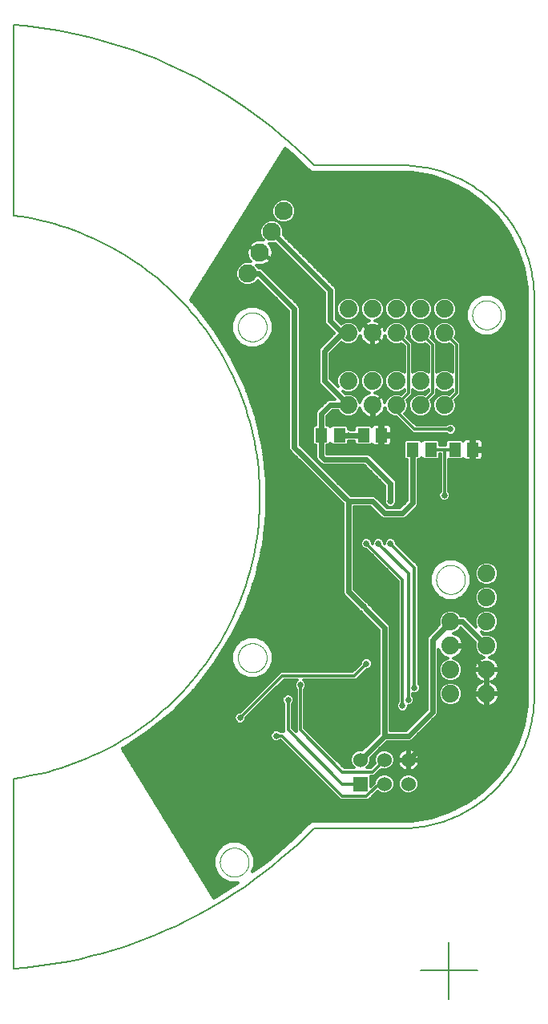
<source format=gbl>
G75*
%MOIN*%
%OFA0B0*%
%FSLAX25Y25*%
%IPPOS*%
%LPD*%
%AMOC8*
5,1,8,0,0,1.08239X$1,22.5*
%
%ADD10C,0.00600*%
%ADD11C,0.00000*%
%ADD12C,0.07400*%
%ADD13R,0.05118X0.05906*%
%ADD14R,0.06000X0.06000*%
%ADD15C,0.06000*%
%ADD16C,0.07600*%
%ADD17C,0.01200*%
%ADD18C,0.02400*%
%ADD19C,0.02578*%
D10*
X0001300Y0013742D02*
X0001300Y0092906D01*
X0001300Y0013742D02*
X0005974Y0014173D01*
X0010636Y0014716D01*
X0015284Y0015369D01*
X0019914Y0016133D01*
X0024526Y0017008D01*
X0029115Y0017992D01*
X0033680Y0019085D01*
X0038217Y0020287D01*
X0042724Y0021596D01*
X0047198Y0023013D01*
X0051638Y0024536D01*
X0056040Y0026164D01*
X0060402Y0027897D01*
X0064721Y0029733D01*
X0068996Y0031672D01*
X0073223Y0033712D01*
X0077400Y0035852D01*
X0081525Y0038091D01*
X0085595Y0040428D01*
X0089609Y0042862D01*
X0093563Y0045390D01*
X0097456Y0048012D01*
X0101285Y0050726D01*
X0105049Y0053531D01*
X0108744Y0056424D01*
X0112370Y0059405D01*
X0115923Y0062471D01*
X0119403Y0065621D01*
X0122806Y0068854D01*
X0126131Y0072166D01*
X0162717Y0072166D01*
X0182402Y0024922D02*
X0182402Y0001300D01*
X0170591Y0013111D02*
X0194213Y0013111D01*
X0217835Y0127284D02*
X0217835Y0292639D01*
X0217819Y0293971D01*
X0217771Y0295302D01*
X0217690Y0296631D01*
X0217578Y0297959D01*
X0217433Y0299283D01*
X0217257Y0300603D01*
X0217048Y0301919D01*
X0216808Y0303229D01*
X0216536Y0304533D01*
X0216233Y0305830D01*
X0215899Y0307119D01*
X0215534Y0308400D01*
X0215137Y0309671D01*
X0214710Y0310933D01*
X0214253Y0312184D01*
X0213766Y0313424D01*
X0213249Y0314651D01*
X0212702Y0315866D01*
X0212126Y0317067D01*
X0211522Y0318254D01*
X0210888Y0319425D01*
X0210227Y0320582D01*
X0209538Y0321721D01*
X0208822Y0322844D01*
X0208078Y0323950D01*
X0207308Y0325037D01*
X0206513Y0326105D01*
X0205691Y0327153D01*
X0204845Y0328181D01*
X0203973Y0329189D01*
X0203078Y0330175D01*
X0202159Y0331140D01*
X0201218Y0332081D01*
X0200253Y0333000D01*
X0199267Y0333895D01*
X0198259Y0334767D01*
X0197231Y0335613D01*
X0196183Y0336435D01*
X0195115Y0337230D01*
X0194028Y0338000D01*
X0192922Y0338744D01*
X0191799Y0339460D01*
X0190660Y0340149D01*
X0189503Y0340810D01*
X0188332Y0341444D01*
X0187145Y0342048D01*
X0185944Y0342624D01*
X0184729Y0343171D01*
X0183502Y0343688D01*
X0182262Y0344175D01*
X0181011Y0344632D01*
X0179749Y0345059D01*
X0178478Y0345456D01*
X0177197Y0345821D01*
X0175908Y0346155D01*
X0174611Y0346458D01*
X0173307Y0346730D01*
X0171997Y0346970D01*
X0170681Y0347179D01*
X0169361Y0347355D01*
X0168037Y0347500D01*
X0166709Y0347612D01*
X0165380Y0347693D01*
X0164049Y0347741D01*
X0162717Y0347757D01*
X0126131Y0347757D01*
X0217835Y0127284D02*
X0217819Y0125952D01*
X0217771Y0124621D01*
X0217690Y0123292D01*
X0217578Y0121964D01*
X0217433Y0120640D01*
X0217257Y0119320D01*
X0217048Y0118004D01*
X0216808Y0116694D01*
X0216536Y0115390D01*
X0216233Y0114093D01*
X0215899Y0112804D01*
X0215534Y0111523D01*
X0215137Y0110252D01*
X0214710Y0108990D01*
X0214253Y0107739D01*
X0213766Y0106499D01*
X0213249Y0105272D01*
X0212702Y0104057D01*
X0212126Y0102856D01*
X0211522Y0101669D01*
X0210888Y0100498D01*
X0210227Y0099341D01*
X0209538Y0098202D01*
X0208822Y0097079D01*
X0208078Y0095973D01*
X0207308Y0094886D01*
X0206513Y0093818D01*
X0205691Y0092770D01*
X0204845Y0091742D01*
X0203973Y0090734D01*
X0203078Y0089748D01*
X0202159Y0088783D01*
X0201218Y0087842D01*
X0200253Y0086923D01*
X0199267Y0086028D01*
X0198259Y0085156D01*
X0197231Y0084310D01*
X0196183Y0083488D01*
X0195115Y0082693D01*
X0194028Y0081923D01*
X0192922Y0081179D01*
X0191799Y0080463D01*
X0190660Y0079774D01*
X0189503Y0079113D01*
X0188332Y0078479D01*
X0187145Y0077875D01*
X0185944Y0077299D01*
X0184729Y0076752D01*
X0183502Y0076235D01*
X0182262Y0075748D01*
X0181011Y0075291D01*
X0179749Y0074864D01*
X0178478Y0074467D01*
X0177197Y0074102D01*
X0175908Y0073768D01*
X0174611Y0073465D01*
X0173307Y0073193D01*
X0171997Y0072953D01*
X0170681Y0072744D01*
X0169361Y0072568D01*
X0168037Y0072423D01*
X0166709Y0072311D01*
X0165380Y0072230D01*
X0164049Y0072182D01*
X0162717Y0072166D01*
X0001300Y0092906D02*
X0004146Y0093324D01*
X0006981Y0093811D01*
X0009804Y0094368D01*
X0012612Y0094993D01*
X0015404Y0095686D01*
X0018178Y0096447D01*
X0020933Y0097275D01*
X0023667Y0098170D01*
X0026378Y0099131D01*
X0029065Y0100159D01*
X0031727Y0101251D01*
X0034361Y0102408D01*
X0036965Y0103628D01*
X0039540Y0104912D01*
X0042082Y0106258D01*
X0044591Y0107666D01*
X0047065Y0109134D01*
X0049502Y0110662D01*
X0051902Y0112249D01*
X0054262Y0113894D01*
X0056581Y0115596D01*
X0058858Y0117353D01*
X0061092Y0119166D01*
X0063281Y0121033D01*
X0065424Y0122952D01*
X0067519Y0124923D01*
X0069566Y0126945D01*
X0071563Y0129016D01*
X0073509Y0131134D01*
X0075402Y0133300D01*
X0077243Y0135511D01*
X0079029Y0137766D01*
X0080759Y0140064D01*
X0082433Y0142404D01*
X0084050Y0144783D01*
X0085608Y0147201D01*
X0087107Y0149657D01*
X0088545Y0152148D01*
X0089923Y0154674D01*
X0091238Y0157232D01*
X0092491Y0159821D01*
X0093681Y0162441D01*
X0094806Y0165088D01*
X0095866Y0167763D01*
X0096861Y0170462D01*
X0097790Y0173184D01*
X0098653Y0175929D01*
X0099448Y0178693D01*
X0100176Y0181477D01*
X0100835Y0184277D01*
X0101427Y0187092D01*
X0101949Y0189921D01*
X0102403Y0192762D01*
X0102787Y0195612D01*
X0103102Y0198472D01*
X0103347Y0201338D01*
X0103522Y0204210D01*
X0103627Y0207084D01*
X0103662Y0209961D01*
X0103627Y0212838D01*
X0103522Y0215712D01*
X0103347Y0218584D01*
X0103102Y0221450D01*
X0102787Y0224310D01*
X0102403Y0227160D01*
X0101949Y0230001D01*
X0101427Y0232830D01*
X0100835Y0235645D01*
X0100176Y0238445D01*
X0099448Y0241229D01*
X0098653Y0243993D01*
X0097790Y0246738D01*
X0096861Y0249460D01*
X0095866Y0252159D01*
X0094806Y0254834D01*
X0093681Y0257481D01*
X0092491Y0260101D01*
X0091238Y0262690D01*
X0089923Y0265248D01*
X0088545Y0267774D01*
X0087107Y0270265D01*
X0085608Y0272721D01*
X0084050Y0275139D01*
X0082433Y0277518D01*
X0080759Y0279858D01*
X0079029Y0282156D01*
X0077243Y0284411D01*
X0075402Y0286622D01*
X0073509Y0288788D01*
X0071563Y0290906D01*
X0069566Y0292977D01*
X0067519Y0294999D01*
X0065424Y0296970D01*
X0063281Y0298889D01*
X0061092Y0300756D01*
X0058858Y0302569D01*
X0056581Y0304326D01*
X0054262Y0306028D01*
X0051902Y0307673D01*
X0049502Y0309260D01*
X0047065Y0310788D01*
X0044591Y0312256D01*
X0042082Y0313664D01*
X0039540Y0315010D01*
X0036965Y0316294D01*
X0034361Y0317514D01*
X0031727Y0318671D01*
X0029065Y0319763D01*
X0026378Y0320791D01*
X0023667Y0321752D01*
X0020933Y0322647D01*
X0018178Y0323475D01*
X0015404Y0324236D01*
X0012612Y0324929D01*
X0009804Y0325554D01*
X0006981Y0326111D01*
X0004146Y0326598D01*
X0001300Y0327016D01*
X0001300Y0327017D02*
X0001300Y0406220D01*
X0005974Y0405787D01*
X0010636Y0405244D01*
X0015285Y0404589D01*
X0019916Y0403823D01*
X0024528Y0402948D01*
X0029117Y0401962D01*
X0033682Y0400868D01*
X0038219Y0399665D01*
X0042726Y0398354D01*
X0047201Y0396936D01*
X0051641Y0395412D01*
X0056043Y0393782D01*
X0060405Y0392048D01*
X0064725Y0390210D01*
X0068999Y0388270D01*
X0073226Y0386229D01*
X0077403Y0384087D01*
X0081528Y0381847D01*
X0085598Y0379508D01*
X0089612Y0377074D01*
X0093566Y0374544D01*
X0097458Y0371921D01*
X0101288Y0369205D01*
X0105051Y0366400D01*
X0108746Y0363505D01*
X0112371Y0360523D01*
X0115924Y0357455D01*
X0119403Y0354304D01*
X0122806Y0351070D01*
X0126131Y0347756D01*
D11*
X0094552Y0280611D02*
X0094554Y0280765D01*
X0094560Y0280920D01*
X0094570Y0281074D01*
X0094584Y0281228D01*
X0094602Y0281381D01*
X0094623Y0281534D01*
X0094649Y0281687D01*
X0094679Y0281838D01*
X0094712Y0281989D01*
X0094750Y0282139D01*
X0094791Y0282288D01*
X0094836Y0282436D01*
X0094885Y0282582D01*
X0094938Y0282728D01*
X0094994Y0282871D01*
X0095054Y0283014D01*
X0095118Y0283154D01*
X0095185Y0283294D01*
X0095256Y0283431D01*
X0095330Y0283566D01*
X0095408Y0283700D01*
X0095489Y0283831D01*
X0095574Y0283960D01*
X0095662Y0284088D01*
X0095753Y0284212D01*
X0095847Y0284335D01*
X0095945Y0284455D01*
X0096045Y0284572D01*
X0096149Y0284687D01*
X0096255Y0284799D01*
X0096364Y0284908D01*
X0096476Y0285014D01*
X0096591Y0285118D01*
X0096708Y0285218D01*
X0096828Y0285316D01*
X0096951Y0285410D01*
X0097075Y0285501D01*
X0097203Y0285589D01*
X0097332Y0285674D01*
X0097463Y0285755D01*
X0097597Y0285833D01*
X0097732Y0285907D01*
X0097869Y0285978D01*
X0098009Y0286045D01*
X0098149Y0286109D01*
X0098292Y0286169D01*
X0098435Y0286225D01*
X0098581Y0286278D01*
X0098727Y0286327D01*
X0098875Y0286372D01*
X0099024Y0286413D01*
X0099174Y0286451D01*
X0099325Y0286484D01*
X0099476Y0286514D01*
X0099629Y0286540D01*
X0099782Y0286561D01*
X0099935Y0286579D01*
X0100089Y0286593D01*
X0100243Y0286603D01*
X0100398Y0286609D01*
X0100552Y0286611D01*
X0100706Y0286609D01*
X0100861Y0286603D01*
X0101015Y0286593D01*
X0101169Y0286579D01*
X0101322Y0286561D01*
X0101475Y0286540D01*
X0101628Y0286514D01*
X0101779Y0286484D01*
X0101930Y0286451D01*
X0102080Y0286413D01*
X0102229Y0286372D01*
X0102377Y0286327D01*
X0102523Y0286278D01*
X0102669Y0286225D01*
X0102812Y0286169D01*
X0102955Y0286109D01*
X0103095Y0286045D01*
X0103235Y0285978D01*
X0103372Y0285907D01*
X0103507Y0285833D01*
X0103641Y0285755D01*
X0103772Y0285674D01*
X0103901Y0285589D01*
X0104029Y0285501D01*
X0104153Y0285410D01*
X0104276Y0285316D01*
X0104396Y0285218D01*
X0104513Y0285118D01*
X0104628Y0285014D01*
X0104740Y0284908D01*
X0104849Y0284799D01*
X0104955Y0284687D01*
X0105059Y0284572D01*
X0105159Y0284455D01*
X0105257Y0284335D01*
X0105351Y0284212D01*
X0105442Y0284088D01*
X0105530Y0283960D01*
X0105615Y0283831D01*
X0105696Y0283700D01*
X0105774Y0283566D01*
X0105848Y0283431D01*
X0105919Y0283294D01*
X0105986Y0283154D01*
X0106050Y0283014D01*
X0106110Y0282871D01*
X0106166Y0282728D01*
X0106219Y0282582D01*
X0106268Y0282436D01*
X0106313Y0282288D01*
X0106354Y0282139D01*
X0106392Y0281989D01*
X0106425Y0281838D01*
X0106455Y0281687D01*
X0106481Y0281534D01*
X0106502Y0281381D01*
X0106520Y0281228D01*
X0106534Y0281074D01*
X0106544Y0280920D01*
X0106550Y0280765D01*
X0106552Y0280611D01*
X0106550Y0280457D01*
X0106544Y0280302D01*
X0106534Y0280148D01*
X0106520Y0279994D01*
X0106502Y0279841D01*
X0106481Y0279688D01*
X0106455Y0279535D01*
X0106425Y0279384D01*
X0106392Y0279233D01*
X0106354Y0279083D01*
X0106313Y0278934D01*
X0106268Y0278786D01*
X0106219Y0278640D01*
X0106166Y0278494D01*
X0106110Y0278351D01*
X0106050Y0278208D01*
X0105986Y0278068D01*
X0105919Y0277928D01*
X0105848Y0277791D01*
X0105774Y0277656D01*
X0105696Y0277522D01*
X0105615Y0277391D01*
X0105530Y0277262D01*
X0105442Y0277134D01*
X0105351Y0277010D01*
X0105257Y0276887D01*
X0105159Y0276767D01*
X0105059Y0276650D01*
X0104955Y0276535D01*
X0104849Y0276423D01*
X0104740Y0276314D01*
X0104628Y0276208D01*
X0104513Y0276104D01*
X0104396Y0276004D01*
X0104276Y0275906D01*
X0104153Y0275812D01*
X0104029Y0275721D01*
X0103901Y0275633D01*
X0103772Y0275548D01*
X0103641Y0275467D01*
X0103507Y0275389D01*
X0103372Y0275315D01*
X0103235Y0275244D01*
X0103095Y0275177D01*
X0102955Y0275113D01*
X0102812Y0275053D01*
X0102669Y0274997D01*
X0102523Y0274944D01*
X0102377Y0274895D01*
X0102229Y0274850D01*
X0102080Y0274809D01*
X0101930Y0274771D01*
X0101779Y0274738D01*
X0101628Y0274708D01*
X0101475Y0274682D01*
X0101322Y0274661D01*
X0101169Y0274643D01*
X0101015Y0274629D01*
X0100861Y0274619D01*
X0100706Y0274613D01*
X0100552Y0274611D01*
X0100398Y0274613D01*
X0100243Y0274619D01*
X0100089Y0274629D01*
X0099935Y0274643D01*
X0099782Y0274661D01*
X0099629Y0274682D01*
X0099476Y0274708D01*
X0099325Y0274738D01*
X0099174Y0274771D01*
X0099024Y0274809D01*
X0098875Y0274850D01*
X0098727Y0274895D01*
X0098581Y0274944D01*
X0098435Y0274997D01*
X0098292Y0275053D01*
X0098149Y0275113D01*
X0098009Y0275177D01*
X0097869Y0275244D01*
X0097732Y0275315D01*
X0097597Y0275389D01*
X0097463Y0275467D01*
X0097332Y0275548D01*
X0097203Y0275633D01*
X0097075Y0275721D01*
X0096951Y0275812D01*
X0096828Y0275906D01*
X0096708Y0276004D01*
X0096591Y0276104D01*
X0096476Y0276208D01*
X0096364Y0276314D01*
X0096255Y0276423D01*
X0096149Y0276535D01*
X0096045Y0276650D01*
X0095945Y0276767D01*
X0095847Y0276887D01*
X0095753Y0277010D01*
X0095662Y0277134D01*
X0095574Y0277262D01*
X0095489Y0277391D01*
X0095408Y0277522D01*
X0095330Y0277656D01*
X0095256Y0277791D01*
X0095185Y0277928D01*
X0095118Y0278068D01*
X0095054Y0278208D01*
X0094994Y0278351D01*
X0094938Y0278494D01*
X0094885Y0278640D01*
X0094836Y0278786D01*
X0094791Y0278934D01*
X0094750Y0279083D01*
X0094712Y0279233D01*
X0094679Y0279384D01*
X0094649Y0279535D01*
X0094623Y0279688D01*
X0094602Y0279841D01*
X0094584Y0279994D01*
X0094570Y0280148D01*
X0094560Y0280302D01*
X0094554Y0280457D01*
X0094552Y0280611D01*
X0094552Y0143111D02*
X0094554Y0143265D01*
X0094560Y0143420D01*
X0094570Y0143574D01*
X0094584Y0143728D01*
X0094602Y0143881D01*
X0094623Y0144034D01*
X0094649Y0144187D01*
X0094679Y0144338D01*
X0094712Y0144489D01*
X0094750Y0144639D01*
X0094791Y0144788D01*
X0094836Y0144936D01*
X0094885Y0145082D01*
X0094938Y0145228D01*
X0094994Y0145371D01*
X0095054Y0145514D01*
X0095118Y0145654D01*
X0095185Y0145794D01*
X0095256Y0145931D01*
X0095330Y0146066D01*
X0095408Y0146200D01*
X0095489Y0146331D01*
X0095574Y0146460D01*
X0095662Y0146588D01*
X0095753Y0146712D01*
X0095847Y0146835D01*
X0095945Y0146955D01*
X0096045Y0147072D01*
X0096149Y0147187D01*
X0096255Y0147299D01*
X0096364Y0147408D01*
X0096476Y0147514D01*
X0096591Y0147618D01*
X0096708Y0147718D01*
X0096828Y0147816D01*
X0096951Y0147910D01*
X0097075Y0148001D01*
X0097203Y0148089D01*
X0097332Y0148174D01*
X0097463Y0148255D01*
X0097597Y0148333D01*
X0097732Y0148407D01*
X0097869Y0148478D01*
X0098009Y0148545D01*
X0098149Y0148609D01*
X0098292Y0148669D01*
X0098435Y0148725D01*
X0098581Y0148778D01*
X0098727Y0148827D01*
X0098875Y0148872D01*
X0099024Y0148913D01*
X0099174Y0148951D01*
X0099325Y0148984D01*
X0099476Y0149014D01*
X0099629Y0149040D01*
X0099782Y0149061D01*
X0099935Y0149079D01*
X0100089Y0149093D01*
X0100243Y0149103D01*
X0100398Y0149109D01*
X0100552Y0149111D01*
X0100706Y0149109D01*
X0100861Y0149103D01*
X0101015Y0149093D01*
X0101169Y0149079D01*
X0101322Y0149061D01*
X0101475Y0149040D01*
X0101628Y0149014D01*
X0101779Y0148984D01*
X0101930Y0148951D01*
X0102080Y0148913D01*
X0102229Y0148872D01*
X0102377Y0148827D01*
X0102523Y0148778D01*
X0102669Y0148725D01*
X0102812Y0148669D01*
X0102955Y0148609D01*
X0103095Y0148545D01*
X0103235Y0148478D01*
X0103372Y0148407D01*
X0103507Y0148333D01*
X0103641Y0148255D01*
X0103772Y0148174D01*
X0103901Y0148089D01*
X0104029Y0148001D01*
X0104153Y0147910D01*
X0104276Y0147816D01*
X0104396Y0147718D01*
X0104513Y0147618D01*
X0104628Y0147514D01*
X0104740Y0147408D01*
X0104849Y0147299D01*
X0104955Y0147187D01*
X0105059Y0147072D01*
X0105159Y0146955D01*
X0105257Y0146835D01*
X0105351Y0146712D01*
X0105442Y0146588D01*
X0105530Y0146460D01*
X0105615Y0146331D01*
X0105696Y0146200D01*
X0105774Y0146066D01*
X0105848Y0145931D01*
X0105919Y0145794D01*
X0105986Y0145654D01*
X0106050Y0145514D01*
X0106110Y0145371D01*
X0106166Y0145228D01*
X0106219Y0145082D01*
X0106268Y0144936D01*
X0106313Y0144788D01*
X0106354Y0144639D01*
X0106392Y0144489D01*
X0106425Y0144338D01*
X0106455Y0144187D01*
X0106481Y0144034D01*
X0106502Y0143881D01*
X0106520Y0143728D01*
X0106534Y0143574D01*
X0106544Y0143420D01*
X0106550Y0143265D01*
X0106552Y0143111D01*
X0106550Y0142957D01*
X0106544Y0142802D01*
X0106534Y0142648D01*
X0106520Y0142494D01*
X0106502Y0142341D01*
X0106481Y0142188D01*
X0106455Y0142035D01*
X0106425Y0141884D01*
X0106392Y0141733D01*
X0106354Y0141583D01*
X0106313Y0141434D01*
X0106268Y0141286D01*
X0106219Y0141140D01*
X0106166Y0140994D01*
X0106110Y0140851D01*
X0106050Y0140708D01*
X0105986Y0140568D01*
X0105919Y0140428D01*
X0105848Y0140291D01*
X0105774Y0140156D01*
X0105696Y0140022D01*
X0105615Y0139891D01*
X0105530Y0139762D01*
X0105442Y0139634D01*
X0105351Y0139510D01*
X0105257Y0139387D01*
X0105159Y0139267D01*
X0105059Y0139150D01*
X0104955Y0139035D01*
X0104849Y0138923D01*
X0104740Y0138814D01*
X0104628Y0138708D01*
X0104513Y0138604D01*
X0104396Y0138504D01*
X0104276Y0138406D01*
X0104153Y0138312D01*
X0104029Y0138221D01*
X0103901Y0138133D01*
X0103772Y0138048D01*
X0103641Y0137967D01*
X0103507Y0137889D01*
X0103372Y0137815D01*
X0103235Y0137744D01*
X0103095Y0137677D01*
X0102955Y0137613D01*
X0102812Y0137553D01*
X0102669Y0137497D01*
X0102523Y0137444D01*
X0102377Y0137395D01*
X0102229Y0137350D01*
X0102080Y0137309D01*
X0101930Y0137271D01*
X0101779Y0137238D01*
X0101628Y0137208D01*
X0101475Y0137182D01*
X0101322Y0137161D01*
X0101169Y0137143D01*
X0101015Y0137129D01*
X0100861Y0137119D01*
X0100706Y0137113D01*
X0100552Y0137111D01*
X0100398Y0137113D01*
X0100243Y0137119D01*
X0100089Y0137129D01*
X0099935Y0137143D01*
X0099782Y0137161D01*
X0099629Y0137182D01*
X0099476Y0137208D01*
X0099325Y0137238D01*
X0099174Y0137271D01*
X0099024Y0137309D01*
X0098875Y0137350D01*
X0098727Y0137395D01*
X0098581Y0137444D01*
X0098435Y0137497D01*
X0098292Y0137553D01*
X0098149Y0137613D01*
X0098009Y0137677D01*
X0097869Y0137744D01*
X0097732Y0137815D01*
X0097597Y0137889D01*
X0097463Y0137967D01*
X0097332Y0138048D01*
X0097203Y0138133D01*
X0097075Y0138221D01*
X0096951Y0138312D01*
X0096828Y0138406D01*
X0096708Y0138504D01*
X0096591Y0138604D01*
X0096476Y0138708D01*
X0096364Y0138814D01*
X0096255Y0138923D01*
X0096149Y0139035D01*
X0096045Y0139150D01*
X0095945Y0139267D01*
X0095847Y0139387D01*
X0095753Y0139510D01*
X0095662Y0139634D01*
X0095574Y0139762D01*
X0095489Y0139891D01*
X0095408Y0140022D01*
X0095330Y0140156D01*
X0095256Y0140291D01*
X0095185Y0140428D01*
X0095118Y0140568D01*
X0095054Y0140708D01*
X0094994Y0140851D01*
X0094938Y0140994D01*
X0094885Y0141140D01*
X0094836Y0141286D01*
X0094791Y0141434D01*
X0094750Y0141583D01*
X0094712Y0141733D01*
X0094679Y0141884D01*
X0094649Y0142035D01*
X0094623Y0142188D01*
X0094602Y0142341D01*
X0094584Y0142494D01*
X0094570Y0142648D01*
X0094560Y0142802D01*
X0094554Y0142957D01*
X0094552Y0143111D01*
X0087052Y0058111D02*
X0087054Y0058265D01*
X0087060Y0058420D01*
X0087070Y0058574D01*
X0087084Y0058728D01*
X0087102Y0058881D01*
X0087123Y0059034D01*
X0087149Y0059187D01*
X0087179Y0059338D01*
X0087212Y0059489D01*
X0087250Y0059639D01*
X0087291Y0059788D01*
X0087336Y0059936D01*
X0087385Y0060082D01*
X0087438Y0060228D01*
X0087494Y0060371D01*
X0087554Y0060514D01*
X0087618Y0060654D01*
X0087685Y0060794D01*
X0087756Y0060931D01*
X0087830Y0061066D01*
X0087908Y0061200D01*
X0087989Y0061331D01*
X0088074Y0061460D01*
X0088162Y0061588D01*
X0088253Y0061712D01*
X0088347Y0061835D01*
X0088445Y0061955D01*
X0088545Y0062072D01*
X0088649Y0062187D01*
X0088755Y0062299D01*
X0088864Y0062408D01*
X0088976Y0062514D01*
X0089091Y0062618D01*
X0089208Y0062718D01*
X0089328Y0062816D01*
X0089451Y0062910D01*
X0089575Y0063001D01*
X0089703Y0063089D01*
X0089832Y0063174D01*
X0089963Y0063255D01*
X0090097Y0063333D01*
X0090232Y0063407D01*
X0090369Y0063478D01*
X0090509Y0063545D01*
X0090649Y0063609D01*
X0090792Y0063669D01*
X0090935Y0063725D01*
X0091081Y0063778D01*
X0091227Y0063827D01*
X0091375Y0063872D01*
X0091524Y0063913D01*
X0091674Y0063951D01*
X0091825Y0063984D01*
X0091976Y0064014D01*
X0092129Y0064040D01*
X0092282Y0064061D01*
X0092435Y0064079D01*
X0092589Y0064093D01*
X0092743Y0064103D01*
X0092898Y0064109D01*
X0093052Y0064111D01*
X0093206Y0064109D01*
X0093361Y0064103D01*
X0093515Y0064093D01*
X0093669Y0064079D01*
X0093822Y0064061D01*
X0093975Y0064040D01*
X0094128Y0064014D01*
X0094279Y0063984D01*
X0094430Y0063951D01*
X0094580Y0063913D01*
X0094729Y0063872D01*
X0094877Y0063827D01*
X0095023Y0063778D01*
X0095169Y0063725D01*
X0095312Y0063669D01*
X0095455Y0063609D01*
X0095595Y0063545D01*
X0095735Y0063478D01*
X0095872Y0063407D01*
X0096007Y0063333D01*
X0096141Y0063255D01*
X0096272Y0063174D01*
X0096401Y0063089D01*
X0096529Y0063001D01*
X0096653Y0062910D01*
X0096776Y0062816D01*
X0096896Y0062718D01*
X0097013Y0062618D01*
X0097128Y0062514D01*
X0097240Y0062408D01*
X0097349Y0062299D01*
X0097455Y0062187D01*
X0097559Y0062072D01*
X0097659Y0061955D01*
X0097757Y0061835D01*
X0097851Y0061712D01*
X0097942Y0061588D01*
X0098030Y0061460D01*
X0098115Y0061331D01*
X0098196Y0061200D01*
X0098274Y0061066D01*
X0098348Y0060931D01*
X0098419Y0060794D01*
X0098486Y0060654D01*
X0098550Y0060514D01*
X0098610Y0060371D01*
X0098666Y0060228D01*
X0098719Y0060082D01*
X0098768Y0059936D01*
X0098813Y0059788D01*
X0098854Y0059639D01*
X0098892Y0059489D01*
X0098925Y0059338D01*
X0098955Y0059187D01*
X0098981Y0059034D01*
X0099002Y0058881D01*
X0099020Y0058728D01*
X0099034Y0058574D01*
X0099044Y0058420D01*
X0099050Y0058265D01*
X0099052Y0058111D01*
X0099050Y0057957D01*
X0099044Y0057802D01*
X0099034Y0057648D01*
X0099020Y0057494D01*
X0099002Y0057341D01*
X0098981Y0057188D01*
X0098955Y0057035D01*
X0098925Y0056884D01*
X0098892Y0056733D01*
X0098854Y0056583D01*
X0098813Y0056434D01*
X0098768Y0056286D01*
X0098719Y0056140D01*
X0098666Y0055994D01*
X0098610Y0055851D01*
X0098550Y0055708D01*
X0098486Y0055568D01*
X0098419Y0055428D01*
X0098348Y0055291D01*
X0098274Y0055156D01*
X0098196Y0055022D01*
X0098115Y0054891D01*
X0098030Y0054762D01*
X0097942Y0054634D01*
X0097851Y0054510D01*
X0097757Y0054387D01*
X0097659Y0054267D01*
X0097559Y0054150D01*
X0097455Y0054035D01*
X0097349Y0053923D01*
X0097240Y0053814D01*
X0097128Y0053708D01*
X0097013Y0053604D01*
X0096896Y0053504D01*
X0096776Y0053406D01*
X0096653Y0053312D01*
X0096529Y0053221D01*
X0096401Y0053133D01*
X0096272Y0053048D01*
X0096141Y0052967D01*
X0096007Y0052889D01*
X0095872Y0052815D01*
X0095735Y0052744D01*
X0095595Y0052677D01*
X0095455Y0052613D01*
X0095312Y0052553D01*
X0095169Y0052497D01*
X0095023Y0052444D01*
X0094877Y0052395D01*
X0094729Y0052350D01*
X0094580Y0052309D01*
X0094430Y0052271D01*
X0094279Y0052238D01*
X0094128Y0052208D01*
X0093975Y0052182D01*
X0093822Y0052161D01*
X0093669Y0052143D01*
X0093515Y0052129D01*
X0093361Y0052119D01*
X0093206Y0052113D01*
X0093052Y0052111D01*
X0092898Y0052113D01*
X0092743Y0052119D01*
X0092589Y0052129D01*
X0092435Y0052143D01*
X0092282Y0052161D01*
X0092129Y0052182D01*
X0091976Y0052208D01*
X0091825Y0052238D01*
X0091674Y0052271D01*
X0091524Y0052309D01*
X0091375Y0052350D01*
X0091227Y0052395D01*
X0091081Y0052444D01*
X0090935Y0052497D01*
X0090792Y0052553D01*
X0090649Y0052613D01*
X0090509Y0052677D01*
X0090369Y0052744D01*
X0090232Y0052815D01*
X0090097Y0052889D01*
X0089963Y0052967D01*
X0089832Y0053048D01*
X0089703Y0053133D01*
X0089575Y0053221D01*
X0089451Y0053312D01*
X0089328Y0053406D01*
X0089208Y0053504D01*
X0089091Y0053604D01*
X0088976Y0053708D01*
X0088864Y0053814D01*
X0088755Y0053923D01*
X0088649Y0054035D01*
X0088545Y0054150D01*
X0088445Y0054267D01*
X0088347Y0054387D01*
X0088253Y0054510D01*
X0088162Y0054634D01*
X0088074Y0054762D01*
X0087989Y0054891D01*
X0087908Y0055022D01*
X0087830Y0055156D01*
X0087756Y0055291D01*
X0087685Y0055428D01*
X0087618Y0055568D01*
X0087554Y0055708D01*
X0087494Y0055851D01*
X0087438Y0055994D01*
X0087385Y0056140D01*
X0087336Y0056286D01*
X0087291Y0056434D01*
X0087250Y0056583D01*
X0087212Y0056733D01*
X0087179Y0056884D01*
X0087149Y0057035D01*
X0087123Y0057188D01*
X0087102Y0057341D01*
X0087084Y0057494D01*
X0087070Y0057648D01*
X0087060Y0057802D01*
X0087054Y0057957D01*
X0087052Y0058111D01*
X0177052Y0175611D02*
X0177054Y0175765D01*
X0177060Y0175920D01*
X0177070Y0176074D01*
X0177084Y0176228D01*
X0177102Y0176381D01*
X0177123Y0176534D01*
X0177149Y0176687D01*
X0177179Y0176838D01*
X0177212Y0176989D01*
X0177250Y0177139D01*
X0177291Y0177288D01*
X0177336Y0177436D01*
X0177385Y0177582D01*
X0177438Y0177728D01*
X0177494Y0177871D01*
X0177554Y0178014D01*
X0177618Y0178154D01*
X0177685Y0178294D01*
X0177756Y0178431D01*
X0177830Y0178566D01*
X0177908Y0178700D01*
X0177989Y0178831D01*
X0178074Y0178960D01*
X0178162Y0179088D01*
X0178253Y0179212D01*
X0178347Y0179335D01*
X0178445Y0179455D01*
X0178545Y0179572D01*
X0178649Y0179687D01*
X0178755Y0179799D01*
X0178864Y0179908D01*
X0178976Y0180014D01*
X0179091Y0180118D01*
X0179208Y0180218D01*
X0179328Y0180316D01*
X0179451Y0180410D01*
X0179575Y0180501D01*
X0179703Y0180589D01*
X0179832Y0180674D01*
X0179963Y0180755D01*
X0180097Y0180833D01*
X0180232Y0180907D01*
X0180369Y0180978D01*
X0180509Y0181045D01*
X0180649Y0181109D01*
X0180792Y0181169D01*
X0180935Y0181225D01*
X0181081Y0181278D01*
X0181227Y0181327D01*
X0181375Y0181372D01*
X0181524Y0181413D01*
X0181674Y0181451D01*
X0181825Y0181484D01*
X0181976Y0181514D01*
X0182129Y0181540D01*
X0182282Y0181561D01*
X0182435Y0181579D01*
X0182589Y0181593D01*
X0182743Y0181603D01*
X0182898Y0181609D01*
X0183052Y0181611D01*
X0183206Y0181609D01*
X0183361Y0181603D01*
X0183515Y0181593D01*
X0183669Y0181579D01*
X0183822Y0181561D01*
X0183975Y0181540D01*
X0184128Y0181514D01*
X0184279Y0181484D01*
X0184430Y0181451D01*
X0184580Y0181413D01*
X0184729Y0181372D01*
X0184877Y0181327D01*
X0185023Y0181278D01*
X0185169Y0181225D01*
X0185312Y0181169D01*
X0185455Y0181109D01*
X0185595Y0181045D01*
X0185735Y0180978D01*
X0185872Y0180907D01*
X0186007Y0180833D01*
X0186141Y0180755D01*
X0186272Y0180674D01*
X0186401Y0180589D01*
X0186529Y0180501D01*
X0186653Y0180410D01*
X0186776Y0180316D01*
X0186896Y0180218D01*
X0187013Y0180118D01*
X0187128Y0180014D01*
X0187240Y0179908D01*
X0187349Y0179799D01*
X0187455Y0179687D01*
X0187559Y0179572D01*
X0187659Y0179455D01*
X0187757Y0179335D01*
X0187851Y0179212D01*
X0187942Y0179088D01*
X0188030Y0178960D01*
X0188115Y0178831D01*
X0188196Y0178700D01*
X0188274Y0178566D01*
X0188348Y0178431D01*
X0188419Y0178294D01*
X0188486Y0178154D01*
X0188550Y0178014D01*
X0188610Y0177871D01*
X0188666Y0177728D01*
X0188719Y0177582D01*
X0188768Y0177436D01*
X0188813Y0177288D01*
X0188854Y0177139D01*
X0188892Y0176989D01*
X0188925Y0176838D01*
X0188955Y0176687D01*
X0188981Y0176534D01*
X0189002Y0176381D01*
X0189020Y0176228D01*
X0189034Y0176074D01*
X0189044Y0175920D01*
X0189050Y0175765D01*
X0189052Y0175611D01*
X0189050Y0175457D01*
X0189044Y0175302D01*
X0189034Y0175148D01*
X0189020Y0174994D01*
X0189002Y0174841D01*
X0188981Y0174688D01*
X0188955Y0174535D01*
X0188925Y0174384D01*
X0188892Y0174233D01*
X0188854Y0174083D01*
X0188813Y0173934D01*
X0188768Y0173786D01*
X0188719Y0173640D01*
X0188666Y0173494D01*
X0188610Y0173351D01*
X0188550Y0173208D01*
X0188486Y0173068D01*
X0188419Y0172928D01*
X0188348Y0172791D01*
X0188274Y0172656D01*
X0188196Y0172522D01*
X0188115Y0172391D01*
X0188030Y0172262D01*
X0187942Y0172134D01*
X0187851Y0172010D01*
X0187757Y0171887D01*
X0187659Y0171767D01*
X0187559Y0171650D01*
X0187455Y0171535D01*
X0187349Y0171423D01*
X0187240Y0171314D01*
X0187128Y0171208D01*
X0187013Y0171104D01*
X0186896Y0171004D01*
X0186776Y0170906D01*
X0186653Y0170812D01*
X0186529Y0170721D01*
X0186401Y0170633D01*
X0186272Y0170548D01*
X0186141Y0170467D01*
X0186007Y0170389D01*
X0185872Y0170315D01*
X0185735Y0170244D01*
X0185595Y0170177D01*
X0185455Y0170113D01*
X0185312Y0170053D01*
X0185169Y0169997D01*
X0185023Y0169944D01*
X0184877Y0169895D01*
X0184729Y0169850D01*
X0184580Y0169809D01*
X0184430Y0169771D01*
X0184279Y0169738D01*
X0184128Y0169708D01*
X0183975Y0169682D01*
X0183822Y0169661D01*
X0183669Y0169643D01*
X0183515Y0169629D01*
X0183361Y0169619D01*
X0183206Y0169613D01*
X0183052Y0169611D01*
X0182898Y0169613D01*
X0182743Y0169619D01*
X0182589Y0169629D01*
X0182435Y0169643D01*
X0182282Y0169661D01*
X0182129Y0169682D01*
X0181976Y0169708D01*
X0181825Y0169738D01*
X0181674Y0169771D01*
X0181524Y0169809D01*
X0181375Y0169850D01*
X0181227Y0169895D01*
X0181081Y0169944D01*
X0180935Y0169997D01*
X0180792Y0170053D01*
X0180649Y0170113D01*
X0180509Y0170177D01*
X0180369Y0170244D01*
X0180232Y0170315D01*
X0180097Y0170389D01*
X0179963Y0170467D01*
X0179832Y0170548D01*
X0179703Y0170633D01*
X0179575Y0170721D01*
X0179451Y0170812D01*
X0179328Y0170906D01*
X0179208Y0171004D01*
X0179091Y0171104D01*
X0178976Y0171208D01*
X0178864Y0171314D01*
X0178755Y0171423D01*
X0178649Y0171535D01*
X0178545Y0171650D01*
X0178445Y0171767D01*
X0178347Y0171887D01*
X0178253Y0172010D01*
X0178162Y0172134D01*
X0178074Y0172262D01*
X0177989Y0172391D01*
X0177908Y0172522D01*
X0177830Y0172656D01*
X0177756Y0172791D01*
X0177685Y0172928D01*
X0177618Y0173068D01*
X0177554Y0173208D01*
X0177494Y0173351D01*
X0177438Y0173494D01*
X0177385Y0173640D01*
X0177336Y0173786D01*
X0177291Y0173934D01*
X0177250Y0174083D01*
X0177212Y0174233D01*
X0177179Y0174384D01*
X0177149Y0174535D01*
X0177123Y0174688D01*
X0177102Y0174841D01*
X0177084Y0174994D01*
X0177070Y0175148D01*
X0177060Y0175302D01*
X0177054Y0175457D01*
X0177052Y0175611D01*
X0192052Y0285611D02*
X0192054Y0285765D01*
X0192060Y0285920D01*
X0192070Y0286074D01*
X0192084Y0286228D01*
X0192102Y0286381D01*
X0192123Y0286534D01*
X0192149Y0286687D01*
X0192179Y0286838D01*
X0192212Y0286989D01*
X0192250Y0287139D01*
X0192291Y0287288D01*
X0192336Y0287436D01*
X0192385Y0287582D01*
X0192438Y0287728D01*
X0192494Y0287871D01*
X0192554Y0288014D01*
X0192618Y0288154D01*
X0192685Y0288294D01*
X0192756Y0288431D01*
X0192830Y0288566D01*
X0192908Y0288700D01*
X0192989Y0288831D01*
X0193074Y0288960D01*
X0193162Y0289088D01*
X0193253Y0289212D01*
X0193347Y0289335D01*
X0193445Y0289455D01*
X0193545Y0289572D01*
X0193649Y0289687D01*
X0193755Y0289799D01*
X0193864Y0289908D01*
X0193976Y0290014D01*
X0194091Y0290118D01*
X0194208Y0290218D01*
X0194328Y0290316D01*
X0194451Y0290410D01*
X0194575Y0290501D01*
X0194703Y0290589D01*
X0194832Y0290674D01*
X0194963Y0290755D01*
X0195097Y0290833D01*
X0195232Y0290907D01*
X0195369Y0290978D01*
X0195509Y0291045D01*
X0195649Y0291109D01*
X0195792Y0291169D01*
X0195935Y0291225D01*
X0196081Y0291278D01*
X0196227Y0291327D01*
X0196375Y0291372D01*
X0196524Y0291413D01*
X0196674Y0291451D01*
X0196825Y0291484D01*
X0196976Y0291514D01*
X0197129Y0291540D01*
X0197282Y0291561D01*
X0197435Y0291579D01*
X0197589Y0291593D01*
X0197743Y0291603D01*
X0197898Y0291609D01*
X0198052Y0291611D01*
X0198206Y0291609D01*
X0198361Y0291603D01*
X0198515Y0291593D01*
X0198669Y0291579D01*
X0198822Y0291561D01*
X0198975Y0291540D01*
X0199128Y0291514D01*
X0199279Y0291484D01*
X0199430Y0291451D01*
X0199580Y0291413D01*
X0199729Y0291372D01*
X0199877Y0291327D01*
X0200023Y0291278D01*
X0200169Y0291225D01*
X0200312Y0291169D01*
X0200455Y0291109D01*
X0200595Y0291045D01*
X0200735Y0290978D01*
X0200872Y0290907D01*
X0201007Y0290833D01*
X0201141Y0290755D01*
X0201272Y0290674D01*
X0201401Y0290589D01*
X0201529Y0290501D01*
X0201653Y0290410D01*
X0201776Y0290316D01*
X0201896Y0290218D01*
X0202013Y0290118D01*
X0202128Y0290014D01*
X0202240Y0289908D01*
X0202349Y0289799D01*
X0202455Y0289687D01*
X0202559Y0289572D01*
X0202659Y0289455D01*
X0202757Y0289335D01*
X0202851Y0289212D01*
X0202942Y0289088D01*
X0203030Y0288960D01*
X0203115Y0288831D01*
X0203196Y0288700D01*
X0203274Y0288566D01*
X0203348Y0288431D01*
X0203419Y0288294D01*
X0203486Y0288154D01*
X0203550Y0288014D01*
X0203610Y0287871D01*
X0203666Y0287728D01*
X0203719Y0287582D01*
X0203768Y0287436D01*
X0203813Y0287288D01*
X0203854Y0287139D01*
X0203892Y0286989D01*
X0203925Y0286838D01*
X0203955Y0286687D01*
X0203981Y0286534D01*
X0204002Y0286381D01*
X0204020Y0286228D01*
X0204034Y0286074D01*
X0204044Y0285920D01*
X0204050Y0285765D01*
X0204052Y0285611D01*
X0204050Y0285457D01*
X0204044Y0285302D01*
X0204034Y0285148D01*
X0204020Y0284994D01*
X0204002Y0284841D01*
X0203981Y0284688D01*
X0203955Y0284535D01*
X0203925Y0284384D01*
X0203892Y0284233D01*
X0203854Y0284083D01*
X0203813Y0283934D01*
X0203768Y0283786D01*
X0203719Y0283640D01*
X0203666Y0283494D01*
X0203610Y0283351D01*
X0203550Y0283208D01*
X0203486Y0283068D01*
X0203419Y0282928D01*
X0203348Y0282791D01*
X0203274Y0282656D01*
X0203196Y0282522D01*
X0203115Y0282391D01*
X0203030Y0282262D01*
X0202942Y0282134D01*
X0202851Y0282010D01*
X0202757Y0281887D01*
X0202659Y0281767D01*
X0202559Y0281650D01*
X0202455Y0281535D01*
X0202349Y0281423D01*
X0202240Y0281314D01*
X0202128Y0281208D01*
X0202013Y0281104D01*
X0201896Y0281004D01*
X0201776Y0280906D01*
X0201653Y0280812D01*
X0201529Y0280721D01*
X0201401Y0280633D01*
X0201272Y0280548D01*
X0201141Y0280467D01*
X0201007Y0280389D01*
X0200872Y0280315D01*
X0200735Y0280244D01*
X0200595Y0280177D01*
X0200455Y0280113D01*
X0200312Y0280053D01*
X0200169Y0279997D01*
X0200023Y0279944D01*
X0199877Y0279895D01*
X0199729Y0279850D01*
X0199580Y0279809D01*
X0199430Y0279771D01*
X0199279Y0279738D01*
X0199128Y0279708D01*
X0198975Y0279682D01*
X0198822Y0279661D01*
X0198669Y0279643D01*
X0198515Y0279629D01*
X0198361Y0279619D01*
X0198206Y0279613D01*
X0198052Y0279611D01*
X0197898Y0279613D01*
X0197743Y0279619D01*
X0197589Y0279629D01*
X0197435Y0279643D01*
X0197282Y0279661D01*
X0197129Y0279682D01*
X0196976Y0279708D01*
X0196825Y0279738D01*
X0196674Y0279771D01*
X0196524Y0279809D01*
X0196375Y0279850D01*
X0196227Y0279895D01*
X0196081Y0279944D01*
X0195935Y0279997D01*
X0195792Y0280053D01*
X0195649Y0280113D01*
X0195509Y0280177D01*
X0195369Y0280244D01*
X0195232Y0280315D01*
X0195097Y0280389D01*
X0194963Y0280467D01*
X0194832Y0280548D01*
X0194703Y0280633D01*
X0194575Y0280721D01*
X0194451Y0280812D01*
X0194328Y0280906D01*
X0194208Y0281004D01*
X0194091Y0281104D01*
X0193976Y0281208D01*
X0193864Y0281314D01*
X0193755Y0281423D01*
X0193649Y0281535D01*
X0193545Y0281650D01*
X0193445Y0281767D01*
X0193347Y0281887D01*
X0193253Y0282010D01*
X0193162Y0282134D01*
X0193074Y0282262D01*
X0192989Y0282391D01*
X0192908Y0282522D01*
X0192830Y0282656D01*
X0192756Y0282791D01*
X0192685Y0282928D01*
X0192618Y0283068D01*
X0192554Y0283208D01*
X0192494Y0283351D01*
X0192438Y0283494D01*
X0192385Y0283640D01*
X0192336Y0283786D01*
X0192291Y0283934D01*
X0192250Y0284083D01*
X0192212Y0284233D01*
X0192179Y0284384D01*
X0192149Y0284535D01*
X0192123Y0284688D01*
X0192102Y0284841D01*
X0192084Y0284994D01*
X0192070Y0285148D01*
X0192060Y0285302D01*
X0192054Y0285457D01*
X0192052Y0285611D01*
D12*
X0180552Y0288111D03*
X0180552Y0278111D03*
X0170552Y0278111D03*
X0170552Y0288111D03*
X0160552Y0288111D03*
X0160552Y0278111D03*
X0150552Y0278111D03*
X0150552Y0288111D03*
X0140552Y0288111D03*
X0140552Y0278111D03*
X0140552Y0258111D03*
X0140552Y0248111D03*
X0150552Y0248111D03*
X0150552Y0258111D03*
X0160552Y0258111D03*
X0160552Y0248111D03*
X0170552Y0248111D03*
X0170552Y0258111D03*
X0180552Y0258111D03*
X0180552Y0248111D03*
X0198052Y0178111D03*
X0198052Y0168111D03*
X0198052Y0158111D03*
X0198052Y0148111D03*
X0198052Y0138111D03*
X0198052Y0128111D03*
X0183052Y0128111D03*
X0183052Y0138111D03*
X0183052Y0148111D03*
X0183052Y0158111D03*
D13*
X0184812Y0229611D03*
X0192292Y0229611D03*
X0174792Y0229611D03*
X0167312Y0229611D03*
X0154292Y0235611D03*
X0146812Y0235611D03*
X0136792Y0235611D03*
X0129312Y0235611D03*
D14*
X0145552Y0090611D03*
D15*
X0145552Y0100611D03*
X0155552Y0100611D03*
X0155552Y0090611D03*
X0165552Y0090611D03*
X0165552Y0100611D03*
D16*
X0098722Y0302800D03*
X0103722Y0311460D03*
X0108722Y0320121D03*
X0113722Y0328781D03*
D17*
X0111712Y0324201D02*
X0112727Y0323781D01*
X0114716Y0323781D01*
X0116554Y0324542D01*
X0117961Y0325949D01*
X0118722Y0327786D01*
X0118722Y0329775D01*
X0117961Y0331613D01*
X0116554Y0333020D01*
X0114716Y0333781D01*
X0112727Y0333781D01*
X0110890Y0333020D01*
X0109483Y0331613D01*
X0108722Y0329775D01*
X0108722Y0327786D01*
X0109483Y0325949D01*
X0110732Y0324700D01*
X0109716Y0325121D01*
X0107727Y0325121D01*
X0105890Y0324359D01*
X0104483Y0322953D01*
X0103722Y0321115D01*
X0103722Y0319126D01*
X0104483Y0317288D01*
X0105072Y0316700D01*
X0104986Y0316727D01*
X0104147Y0316860D01*
X0103297Y0316860D01*
X0102457Y0316727D01*
X0101649Y0316465D01*
X0100892Y0316079D01*
X0100204Y0315579D01*
X0099603Y0314978D01*
X0099130Y0314328D01*
X0103653Y0311716D01*
X0103466Y0311392D01*
X0098954Y0313997D01*
X0098717Y0313533D01*
X0098455Y0312725D01*
X0098322Y0311885D01*
X0098322Y0311035D01*
X0098455Y0310196D01*
X0098717Y0309388D01*
X0099103Y0308630D01*
X0099603Y0307943D01*
X0099766Y0307780D01*
X0099716Y0307800D01*
X0097727Y0307800D01*
X0095890Y0307039D01*
X0094483Y0305632D01*
X0093722Y0303795D01*
X0093722Y0301806D01*
X0094483Y0299968D01*
X0095890Y0298561D01*
X0097727Y0297800D01*
X0099716Y0297800D01*
X0101554Y0298561D01*
X0102881Y0299888D01*
X0115652Y0287117D01*
X0115652Y0230134D01*
X0116017Y0229252D01*
X0138152Y0207117D01*
X0138152Y0170134D01*
X0138517Y0169252D01*
X0139192Y0168576D01*
X0144603Y0163166D01*
X0144692Y0162951D01*
X0145392Y0162251D01*
X0145897Y0162042D01*
X0146017Y0161752D01*
X0153152Y0154617D01*
X0153152Y0111605D01*
X0146358Y0104811D01*
X0144717Y0104811D01*
X0143173Y0104172D01*
X0141991Y0102990D01*
X0141352Y0101446D01*
X0141352Y0099776D01*
X0141991Y0098232D01*
X0142812Y0097411D01*
X0138798Y0097411D01*
X0122366Y0113843D01*
X0122366Y0130003D01*
X0122676Y0130313D01*
X0123055Y0131228D01*
X0123055Y0132218D01*
X0122676Y0133133D01*
X0121998Y0133811D01*
X0143798Y0133811D01*
X0144852Y0134865D01*
X0148109Y0138122D01*
X0148547Y0138122D01*
X0149462Y0138501D01*
X0150162Y0139201D01*
X0150541Y0140116D01*
X0150541Y0141106D01*
X0150162Y0142021D01*
X0149462Y0142721D01*
X0148547Y0143100D01*
X0147557Y0143100D01*
X0146642Y0142721D01*
X0145942Y0142021D01*
X0145563Y0141106D01*
X0145563Y0140668D01*
X0142306Y0137411D01*
X0112306Y0137411D01*
X0111252Y0136357D01*
X0095495Y0120600D01*
X0095057Y0120600D01*
X0094142Y0120221D01*
X0093442Y0119521D01*
X0093063Y0118606D01*
X0093063Y0117616D01*
X0093442Y0116701D01*
X0094142Y0116001D01*
X0095057Y0115622D01*
X0096047Y0115622D01*
X0096962Y0116001D01*
X0097662Y0116701D01*
X0098041Y0117616D01*
X0098041Y0118054D01*
X0113798Y0133811D01*
X0119134Y0133811D01*
X0118456Y0133133D01*
X0118077Y0132218D01*
X0118077Y0131228D01*
X0118456Y0130313D01*
X0118752Y0130017D01*
X0118752Y0129787D01*
X0118766Y0129773D01*
X0118766Y0113871D01*
X0118752Y0113857D01*
X0118752Y0112457D01*
X0117311Y0113898D01*
X0117311Y0123850D01*
X0117621Y0124160D01*
X0118000Y0125075D01*
X0118000Y0126065D01*
X0117621Y0126980D01*
X0116921Y0127680D01*
X0116006Y0128059D01*
X0115016Y0128059D01*
X0114101Y0127680D01*
X0113401Y0126980D01*
X0113022Y0126065D01*
X0113022Y0125075D01*
X0113401Y0124160D01*
X0113711Y0123850D01*
X0113711Y0112411D01*
X0112272Y0112411D01*
X0111962Y0112721D01*
X0111047Y0113100D01*
X0110057Y0113100D01*
X0109142Y0112721D01*
X0108442Y0112021D01*
X0108063Y0111106D01*
X0108063Y0110116D01*
X0108442Y0109201D01*
X0109142Y0108501D01*
X0110057Y0108122D01*
X0111047Y0108122D01*
X0111962Y0108501D01*
X0112272Y0108811D01*
X0112306Y0108811D01*
X0137306Y0083811D01*
X0148798Y0083811D01*
X0149598Y0084611D01*
X0149795Y0084611D01*
X0152703Y0087520D01*
X0153173Y0087050D01*
X0154717Y0086411D01*
X0156387Y0086411D01*
X0157931Y0087050D01*
X0159113Y0088232D01*
X0159752Y0089776D01*
X0159752Y0091446D01*
X0159113Y0092990D01*
X0157931Y0094172D01*
X0156387Y0094811D01*
X0154717Y0094811D01*
X0153173Y0094172D01*
X0151991Y0092990D01*
X0151352Y0091446D01*
X0151352Y0091260D01*
X0149752Y0089660D01*
X0149752Y0093811D01*
X0151298Y0093811D01*
X0152352Y0094865D01*
X0154137Y0096651D01*
X0154717Y0096411D01*
X0156387Y0096411D01*
X0157931Y0097050D01*
X0159113Y0098232D01*
X0159752Y0099776D01*
X0159752Y0101446D01*
X0159113Y0102990D01*
X0157931Y0104172D01*
X0156387Y0104811D01*
X0154717Y0104811D01*
X0153173Y0104172D01*
X0151991Y0102990D01*
X0151352Y0101446D01*
X0151352Y0099776D01*
X0151592Y0099196D01*
X0149806Y0097411D01*
X0148292Y0097411D01*
X0149113Y0098232D01*
X0149752Y0099776D01*
X0149752Y0101417D01*
X0156546Y0108211D01*
X0166029Y0108211D01*
X0166911Y0108576D01*
X0167587Y0109252D01*
X0177587Y0119252D01*
X0177952Y0120134D01*
X0177952Y0146656D01*
X0178140Y0146077D01*
X0178519Y0145333D01*
X0179009Y0144658D01*
X0179599Y0144068D01*
X0180274Y0143578D01*
X0181017Y0143199D01*
X0181811Y0142942D01*
X0181882Y0142930D01*
X0180276Y0142265D01*
X0178898Y0140887D01*
X0178152Y0139086D01*
X0178152Y0137136D01*
X0178898Y0135335D01*
X0180276Y0133957D01*
X0182077Y0133211D01*
X0184027Y0133211D01*
X0185828Y0133957D01*
X0187206Y0135335D01*
X0187952Y0137136D01*
X0187952Y0139086D01*
X0187206Y0140887D01*
X0185828Y0142265D01*
X0184222Y0142930D01*
X0184293Y0142942D01*
X0185086Y0143199D01*
X0185830Y0143578D01*
X0186505Y0144068D01*
X0187095Y0144658D01*
X0187585Y0145333D01*
X0187964Y0146077D01*
X0188221Y0146870D01*
X0188352Y0147694D01*
X0188352Y0147711D01*
X0183452Y0147711D01*
X0183452Y0148511D01*
X0188352Y0148511D01*
X0188352Y0148528D01*
X0188221Y0149352D01*
X0187964Y0150146D01*
X0187585Y0150889D01*
X0187095Y0151564D01*
X0186505Y0152154D01*
X0185830Y0152644D01*
X0185086Y0153023D01*
X0184293Y0153281D01*
X0184222Y0153292D01*
X0185828Y0153957D01*
X0187206Y0155335D01*
X0187273Y0155496D01*
X0193308Y0149461D01*
X0193152Y0149086D01*
X0193152Y0147136D01*
X0193898Y0145335D01*
X0195276Y0143957D01*
X0196882Y0143292D01*
X0196811Y0143281D01*
X0196017Y0143023D01*
X0195274Y0142644D01*
X0194599Y0142154D01*
X0194009Y0141564D01*
X0193519Y0140889D01*
X0193140Y0140146D01*
X0192882Y0139352D01*
X0192752Y0138528D01*
X0192752Y0138511D01*
X0197652Y0138511D01*
X0197652Y0137711D01*
X0198452Y0137711D01*
X0198452Y0138511D01*
X0203352Y0138511D01*
X0203352Y0138528D01*
X0203221Y0139352D01*
X0202964Y0140146D01*
X0202585Y0140889D01*
X0202095Y0141564D01*
X0201505Y0142154D01*
X0200830Y0142644D01*
X0200086Y0143023D01*
X0199293Y0143281D01*
X0199222Y0143292D01*
X0200828Y0143957D01*
X0202206Y0145335D01*
X0202952Y0147136D01*
X0202952Y0149086D01*
X0202206Y0150887D01*
X0200828Y0152265D01*
X0199027Y0153011D01*
X0197077Y0153011D01*
X0196702Y0152855D01*
X0195829Y0153728D01*
X0197077Y0153211D01*
X0199027Y0153211D01*
X0200828Y0153957D01*
X0202206Y0155335D01*
X0202952Y0157136D01*
X0202952Y0159086D01*
X0202206Y0160887D01*
X0200828Y0162265D01*
X0199027Y0163011D01*
X0197077Y0163011D01*
X0195276Y0162265D01*
X0193898Y0160887D01*
X0193152Y0159086D01*
X0193152Y0157136D01*
X0193669Y0155888D01*
X0189411Y0160146D01*
X0188529Y0160511D01*
X0187362Y0160511D01*
X0187206Y0160887D01*
X0185828Y0162265D01*
X0184027Y0163011D01*
X0182077Y0163011D01*
X0180276Y0162265D01*
X0178898Y0160887D01*
X0178152Y0159086D01*
X0178152Y0157136D01*
X0178308Y0156761D01*
X0174192Y0152646D01*
X0173517Y0151971D01*
X0173152Y0151088D01*
X0173152Y0121605D01*
X0164558Y0113011D01*
X0157952Y0113011D01*
X0157952Y0156088D01*
X0157587Y0156971D01*
X0156911Y0157646D01*
X0149411Y0165146D01*
X0149121Y0165266D01*
X0148912Y0165771D01*
X0148212Y0166471D01*
X0147997Y0166560D01*
X0142952Y0171605D01*
X0142952Y0205711D01*
X0149558Y0205711D01*
X0153517Y0201752D01*
X0154192Y0201076D01*
X0155075Y0200711D01*
X0163529Y0200711D01*
X0164411Y0201076D01*
X0168671Y0205336D01*
X0169346Y0206011D01*
X0169712Y0206893D01*
X0169712Y0225458D01*
X0170368Y0225458D01*
X0171052Y0226142D01*
X0171736Y0225458D01*
X0177848Y0225458D01*
X0178551Y0226161D01*
X0178551Y0227811D01*
X0178752Y0227811D01*
X0178752Y0212331D01*
X0178442Y0212021D01*
X0178063Y0211106D01*
X0178063Y0210116D01*
X0178442Y0209201D01*
X0179142Y0208501D01*
X0180057Y0208122D01*
X0181047Y0208122D01*
X0181962Y0208501D01*
X0182662Y0209201D01*
X0183041Y0210116D01*
X0183041Y0211106D01*
X0182662Y0212021D01*
X0182352Y0212331D01*
X0182352Y0225458D01*
X0187868Y0225458D01*
X0188318Y0225909D01*
X0188453Y0225676D01*
X0188751Y0225378D01*
X0189115Y0225167D01*
X0189522Y0225058D01*
X0191692Y0225058D01*
X0191692Y0229011D01*
X0192892Y0229011D01*
X0192892Y0225058D01*
X0195062Y0225058D01*
X0195469Y0225167D01*
X0195834Y0225378D01*
X0196131Y0225676D01*
X0196342Y0226041D01*
X0196451Y0226448D01*
X0196451Y0229011D01*
X0192892Y0229011D01*
X0192892Y0230211D01*
X0191692Y0230211D01*
X0191692Y0234164D01*
X0189522Y0234164D01*
X0189115Y0234055D01*
X0188751Y0233844D01*
X0188453Y0233546D01*
X0188318Y0233313D01*
X0187868Y0233764D01*
X0181756Y0233764D01*
X0181053Y0233061D01*
X0181053Y0231411D01*
X0178551Y0231411D01*
X0178551Y0233061D01*
X0177848Y0233764D01*
X0171736Y0233764D01*
X0171052Y0233080D01*
X0170368Y0233764D01*
X0164256Y0233764D01*
X0163553Y0233061D01*
X0163553Y0226161D01*
X0164256Y0225458D01*
X0164912Y0225458D01*
X0164912Y0208365D01*
X0162058Y0205511D01*
X0156546Y0205511D01*
X0151911Y0210146D01*
X0151029Y0210511D01*
X0141546Y0210511D01*
X0120452Y0231605D01*
X0120452Y0288588D01*
X0120087Y0289471D01*
X0119411Y0290146D01*
X0104722Y0304835D01*
X0103840Y0305200D01*
X0103140Y0305200D01*
X0102961Y0305632D01*
X0102372Y0306221D01*
X0102457Y0306193D01*
X0103297Y0306060D01*
X0104147Y0306060D01*
X0104986Y0306193D01*
X0105795Y0306456D01*
X0106552Y0306842D01*
X0107240Y0307341D01*
X0107841Y0307943D01*
X0108313Y0308593D01*
X0103790Y0311204D01*
X0103978Y0311529D01*
X0108490Y0308924D01*
X0108726Y0309388D01*
X0108989Y0310196D01*
X0109122Y0311035D01*
X0109122Y0311885D01*
X0108989Y0312725D01*
X0108726Y0313533D01*
X0108340Y0314291D01*
X0107841Y0314978D01*
X0107678Y0315141D01*
X0107727Y0315121D01*
X0109716Y0315121D01*
X0110149Y0315300D01*
X0130652Y0294796D01*
X0130652Y0282634D01*
X0131017Y0281752D01*
X0131692Y0281076D01*
X0131692Y0281076D01*
X0134658Y0278111D01*
X0129192Y0272646D01*
X0128517Y0271971D01*
X0128152Y0271088D01*
X0128152Y0257634D01*
X0128517Y0256752D01*
X0134758Y0250511D01*
X0132575Y0250511D01*
X0131692Y0250146D01*
X0131017Y0249471D01*
X0127277Y0245730D01*
X0126912Y0244848D01*
X0126912Y0239764D01*
X0126256Y0239764D01*
X0125553Y0239061D01*
X0125553Y0232161D01*
X0126256Y0231458D01*
X0126912Y0231458D01*
X0126912Y0226374D01*
X0127277Y0225492D01*
X0128517Y0224252D01*
X0129192Y0223576D01*
X0130075Y0223211D01*
X0147058Y0223211D01*
X0155652Y0214617D01*
X0155652Y0208821D01*
X0155563Y0208606D01*
X0155563Y0207616D01*
X0155942Y0206701D01*
X0156642Y0206001D01*
X0157557Y0205622D01*
X0158547Y0205622D01*
X0159462Y0206001D01*
X0160162Y0206701D01*
X0160541Y0207616D01*
X0160541Y0208606D01*
X0160452Y0208821D01*
X0160452Y0216088D01*
X0160087Y0216971D01*
X0159411Y0217646D01*
X0149411Y0227646D01*
X0148529Y0228011D01*
X0131712Y0228011D01*
X0131712Y0231458D01*
X0132368Y0231458D01*
X0133052Y0232142D01*
X0133736Y0231458D01*
X0139848Y0231458D01*
X0140551Y0232161D01*
X0140551Y0233122D01*
X0141047Y0233122D01*
X0141262Y0233211D01*
X0143053Y0233211D01*
X0143053Y0232161D01*
X0143756Y0231458D01*
X0149868Y0231458D01*
X0150318Y0231909D01*
X0150453Y0231676D01*
X0150751Y0231378D01*
X0151115Y0231167D01*
X0151522Y0231058D01*
X0153692Y0231058D01*
X0153692Y0235011D01*
X0154892Y0235011D01*
X0154892Y0231058D01*
X0157062Y0231058D01*
X0157469Y0231167D01*
X0157834Y0231378D01*
X0158131Y0231676D01*
X0158342Y0232041D01*
X0158451Y0232448D01*
X0158451Y0235011D01*
X0154892Y0235011D01*
X0154892Y0236211D01*
X0153692Y0236211D01*
X0153692Y0240164D01*
X0151522Y0240164D01*
X0151115Y0240055D01*
X0150751Y0239844D01*
X0150453Y0239546D01*
X0150318Y0239313D01*
X0149868Y0239764D01*
X0143756Y0239764D01*
X0143053Y0239061D01*
X0143053Y0238011D01*
X0141262Y0238011D01*
X0141047Y0238100D01*
X0140551Y0238100D01*
X0140551Y0239061D01*
X0139848Y0239764D01*
X0133736Y0239764D01*
X0133052Y0239080D01*
X0132368Y0239764D01*
X0131712Y0239764D01*
X0131712Y0243377D01*
X0134046Y0245711D01*
X0136242Y0245711D01*
X0136398Y0245335D01*
X0137776Y0243957D01*
X0139577Y0243211D01*
X0141527Y0243211D01*
X0143328Y0243957D01*
X0144706Y0245335D01*
X0145371Y0246941D01*
X0145382Y0246870D01*
X0145640Y0246077D01*
X0146019Y0245333D01*
X0146509Y0244658D01*
X0147099Y0244068D01*
X0147774Y0243578D01*
X0148517Y0243199D01*
X0149311Y0242942D01*
X0150135Y0242811D01*
X0150152Y0242811D01*
X0150152Y0247711D01*
X0150952Y0247711D01*
X0150952Y0242811D01*
X0150969Y0242811D01*
X0151793Y0242942D01*
X0152586Y0243199D01*
X0153330Y0243578D01*
X0154005Y0244068D01*
X0154595Y0244658D01*
X0155085Y0245333D01*
X0155464Y0246077D01*
X0155721Y0246870D01*
X0155733Y0246941D01*
X0156398Y0245335D01*
X0157776Y0243957D01*
X0159577Y0243211D01*
X0160406Y0243211D01*
X0166252Y0237365D01*
X0167306Y0236311D01*
X0181332Y0236311D01*
X0181642Y0236001D01*
X0182557Y0235622D01*
X0183547Y0235622D01*
X0184462Y0236001D01*
X0185162Y0236701D01*
X0185541Y0237616D01*
X0185541Y0238606D01*
X0185162Y0239521D01*
X0184462Y0240221D01*
X0183547Y0240600D01*
X0182557Y0240600D01*
X0181642Y0240221D01*
X0181332Y0239911D01*
X0168798Y0239911D01*
X0164040Y0244669D01*
X0164706Y0245335D01*
X0165452Y0247136D01*
X0165452Y0249086D01*
X0165048Y0250061D01*
X0167352Y0252365D01*
X0167352Y0254381D01*
X0167776Y0253957D01*
X0169577Y0253211D01*
X0171527Y0253211D01*
X0173328Y0253957D01*
X0173752Y0254381D01*
X0173752Y0253857D01*
X0172502Y0252607D01*
X0171527Y0253011D01*
X0169577Y0253011D01*
X0167776Y0252265D01*
X0166398Y0250887D01*
X0165652Y0249086D01*
X0165652Y0247136D01*
X0166398Y0245335D01*
X0167776Y0243957D01*
X0169577Y0243211D01*
X0171527Y0243211D01*
X0173328Y0243957D01*
X0174706Y0245335D01*
X0175452Y0247136D01*
X0175452Y0249086D01*
X0175048Y0250061D01*
X0177352Y0252365D01*
X0177352Y0254381D01*
X0177776Y0253957D01*
X0179577Y0253211D01*
X0181527Y0253211D01*
X0183328Y0253957D01*
X0183752Y0254381D01*
X0183752Y0253857D01*
X0182502Y0252607D01*
X0181527Y0253011D01*
X0179577Y0253011D01*
X0177776Y0252265D01*
X0176398Y0250887D01*
X0175652Y0249086D01*
X0175652Y0247136D01*
X0176398Y0245335D01*
X0177776Y0243957D01*
X0179577Y0243211D01*
X0181527Y0243211D01*
X0183328Y0243957D01*
X0184706Y0245335D01*
X0185452Y0247136D01*
X0185452Y0249086D01*
X0185048Y0250061D01*
X0187352Y0252365D01*
X0187352Y0273857D01*
X0186298Y0274911D01*
X0185048Y0276161D01*
X0185452Y0277136D01*
X0185452Y0279086D01*
X0184706Y0280887D01*
X0183328Y0282265D01*
X0181527Y0283011D01*
X0179577Y0283011D01*
X0177776Y0282265D01*
X0176398Y0280887D01*
X0175652Y0279086D01*
X0175652Y0277136D01*
X0176398Y0275335D01*
X0177776Y0273957D01*
X0179577Y0273211D01*
X0181527Y0273211D01*
X0182502Y0273615D01*
X0183752Y0272365D01*
X0183752Y0261841D01*
X0183328Y0262265D01*
X0181527Y0263011D01*
X0179577Y0263011D01*
X0177776Y0262265D01*
X0177352Y0261841D01*
X0177352Y0273857D01*
X0176298Y0274911D01*
X0175048Y0276161D01*
X0175452Y0277136D01*
X0175452Y0279086D01*
X0174706Y0280887D01*
X0173328Y0282265D01*
X0171527Y0283011D01*
X0169577Y0283011D01*
X0167776Y0282265D01*
X0166398Y0280887D01*
X0165652Y0279086D01*
X0165652Y0277136D01*
X0166398Y0275335D01*
X0167776Y0273957D01*
X0169577Y0273211D01*
X0171527Y0273211D01*
X0172502Y0273615D01*
X0173752Y0272365D01*
X0173752Y0261841D01*
X0173328Y0262265D01*
X0171527Y0263011D01*
X0169577Y0263011D01*
X0167776Y0262265D01*
X0167352Y0261841D01*
X0167352Y0273857D01*
X0166298Y0274911D01*
X0165048Y0276161D01*
X0165452Y0277136D01*
X0165452Y0279086D01*
X0164706Y0280887D01*
X0163328Y0282265D01*
X0161527Y0283011D01*
X0159577Y0283011D01*
X0157776Y0282265D01*
X0156398Y0280887D01*
X0155733Y0279281D01*
X0155721Y0279352D01*
X0155464Y0280146D01*
X0155085Y0280889D01*
X0154595Y0281564D01*
X0154005Y0282154D01*
X0153330Y0282644D01*
X0152586Y0283023D01*
X0151793Y0283281D01*
X0151722Y0283292D01*
X0153328Y0283957D01*
X0154706Y0285335D01*
X0155452Y0287136D01*
X0155452Y0289086D01*
X0154706Y0290887D01*
X0153328Y0292265D01*
X0151527Y0293011D01*
X0149577Y0293011D01*
X0147776Y0292265D01*
X0146398Y0290887D01*
X0145652Y0289086D01*
X0145652Y0287136D01*
X0146398Y0285335D01*
X0147776Y0283957D01*
X0149382Y0283292D01*
X0149311Y0283281D01*
X0148517Y0283023D01*
X0147774Y0282644D01*
X0147099Y0282154D01*
X0146509Y0281564D01*
X0146019Y0280889D01*
X0145640Y0280146D01*
X0145382Y0279352D01*
X0145371Y0279281D01*
X0144706Y0280887D01*
X0143328Y0282265D01*
X0141527Y0283011D01*
X0139577Y0283011D01*
X0137776Y0282265D01*
X0137534Y0282023D01*
X0135452Y0284105D01*
X0135452Y0296268D01*
X0135087Y0297150D01*
X0113543Y0318694D01*
X0113722Y0319126D01*
X0113722Y0321115D01*
X0112961Y0322953D01*
X0111712Y0324201D01*
X0112388Y0323525D02*
X0204623Y0323525D01*
X0205494Y0322327D02*
X0113220Y0322327D01*
X0113716Y0321128D02*
X0206364Y0321128D01*
X0207235Y0319930D02*
X0113722Y0319930D01*
X0113558Y0318731D02*
X0207847Y0318731D01*
X0207241Y0319922D02*
X0210961Y0312622D01*
X0213493Y0304829D01*
X0214774Y0296736D01*
X0214935Y0292639D01*
X0214935Y0127284D01*
X0214774Y0123187D01*
X0213493Y0115094D01*
X0210961Y0107301D01*
X0207241Y0100000D01*
X0202424Y0093371D01*
X0196630Y0087577D01*
X0190001Y0082761D01*
X0182700Y0079041D01*
X0174907Y0076509D01*
X0166814Y0075227D01*
X0162717Y0075066D01*
X0126693Y0075066D01*
X0126679Y0075072D01*
X0126117Y0075066D01*
X0125554Y0075066D01*
X0125540Y0075060D01*
X0125525Y0075060D01*
X0125008Y0074840D01*
X0124489Y0074625D01*
X0124478Y0074614D01*
X0124464Y0074608D01*
X0124071Y0074207D01*
X0124050Y0074186D01*
X0118557Y0068801D01*
X0106930Y0058686D01*
X0100688Y0054073D01*
X0101652Y0056400D01*
X0101652Y0059822D01*
X0100343Y0062983D01*
X0097923Y0065402D01*
X0094763Y0066711D01*
X0091341Y0066711D01*
X0088180Y0065402D01*
X0085761Y0062983D01*
X0084452Y0059822D01*
X0084452Y0056400D01*
X0085761Y0053240D01*
X0088180Y0050820D01*
X0091341Y0049511D01*
X0094511Y0049511D01*
X0084519Y0043289D01*
X0046419Y0105201D01*
X0057069Y0112116D01*
X0057069Y0112116D01*
X0067426Y0120603D01*
X0076784Y0130181D01*
X0076784Y0130181D01*
X0085029Y0140732D01*
X0092059Y0152129D01*
X0097789Y0164232D01*
X0102149Y0176893D01*
X0105085Y0189957D01*
X0106562Y0203266D01*
X0106562Y0216657D01*
X0105085Y0229965D01*
X0105085Y0229965D01*
X0102149Y0243030D01*
X0097789Y0255691D01*
X0092059Y0267794D01*
X0085029Y0279190D01*
X0085029Y0279190D01*
X0076784Y0289742D01*
X0074756Y0291818D01*
X0114384Y0354757D01*
X0118557Y0351125D01*
X0124048Y0345739D01*
X0124071Y0345716D01*
X0124463Y0345315D01*
X0124478Y0345309D01*
X0124489Y0345298D01*
X0125008Y0345083D01*
X0125525Y0344863D01*
X0125540Y0344863D01*
X0125554Y0344857D01*
X0126116Y0344857D01*
X0126678Y0344851D01*
X0126693Y0344857D01*
X0162717Y0344857D01*
X0166814Y0344696D01*
X0174907Y0343414D01*
X0182700Y0340882D01*
X0190001Y0337162D01*
X0196630Y0332346D01*
X0202424Y0326552D01*
X0207241Y0319922D01*
X0208458Y0317533D02*
X0114704Y0317533D01*
X0115902Y0316334D02*
X0209069Y0316334D01*
X0209679Y0315136D02*
X0117101Y0315136D01*
X0118299Y0313937D02*
X0210290Y0313937D01*
X0210901Y0312739D02*
X0119498Y0312739D01*
X0120696Y0311540D02*
X0211312Y0311540D01*
X0211701Y0310342D02*
X0121895Y0310342D01*
X0123093Y0309143D02*
X0212091Y0309143D01*
X0212480Y0307945D02*
X0124292Y0307945D01*
X0125490Y0306746D02*
X0212870Y0306746D01*
X0213259Y0305548D02*
X0126689Y0305548D01*
X0127887Y0304349D02*
X0213569Y0304349D01*
X0213758Y0303151D02*
X0129086Y0303151D01*
X0130284Y0301952D02*
X0213948Y0301952D01*
X0214138Y0300754D02*
X0131483Y0300754D01*
X0132681Y0299555D02*
X0214328Y0299555D01*
X0214518Y0298357D02*
X0133880Y0298357D01*
X0135078Y0297158D02*
X0214708Y0297158D01*
X0214805Y0295960D02*
X0135452Y0295960D01*
X0135452Y0294761D02*
X0214852Y0294761D01*
X0214899Y0293563D02*
X0201328Y0293563D01*
X0199763Y0294211D02*
X0202923Y0292902D01*
X0205343Y0290483D01*
X0206652Y0287322D01*
X0206652Y0283900D01*
X0205343Y0280740D01*
X0202923Y0278320D01*
X0199763Y0277011D01*
X0196341Y0277011D01*
X0193180Y0278320D01*
X0190761Y0280740D01*
X0189452Y0283900D01*
X0189452Y0287322D01*
X0190761Y0290483D01*
X0193180Y0292902D01*
X0196341Y0294211D01*
X0199763Y0294211D01*
X0203461Y0292364D02*
X0214935Y0292364D01*
X0214935Y0291166D02*
X0204660Y0291166D01*
X0205556Y0289967D02*
X0214935Y0289967D01*
X0214935Y0288769D02*
X0206053Y0288769D01*
X0206549Y0287570D02*
X0214935Y0287570D01*
X0214935Y0286372D02*
X0206652Y0286372D01*
X0206652Y0285173D02*
X0214935Y0285173D01*
X0214935Y0283975D02*
X0206652Y0283975D01*
X0206186Y0282776D02*
X0214935Y0282776D01*
X0214935Y0281578D02*
X0205690Y0281578D01*
X0204982Y0280379D02*
X0214935Y0280379D01*
X0214935Y0279181D02*
X0203784Y0279181D01*
X0202107Y0277982D02*
X0214935Y0277982D01*
X0214935Y0276784D02*
X0185306Y0276784D01*
X0185452Y0277982D02*
X0193997Y0277982D01*
X0192320Y0279181D02*
X0185413Y0279181D01*
X0184916Y0280379D02*
X0191122Y0280379D01*
X0190414Y0281578D02*
X0184015Y0281578D01*
X0182094Y0282776D02*
X0189918Y0282776D01*
X0189452Y0283975D02*
X0183345Y0283975D01*
X0183328Y0283957D02*
X0184706Y0285335D01*
X0185452Y0287136D01*
X0185452Y0289086D01*
X0184706Y0290887D01*
X0183328Y0292265D01*
X0181527Y0293011D01*
X0179577Y0293011D01*
X0177776Y0292265D01*
X0176398Y0290887D01*
X0175652Y0289086D01*
X0175652Y0287136D01*
X0176398Y0285335D01*
X0177776Y0283957D01*
X0179577Y0283211D01*
X0181527Y0283211D01*
X0183328Y0283957D01*
X0184544Y0285173D02*
X0189452Y0285173D01*
X0189452Y0286372D02*
X0185135Y0286372D01*
X0185452Y0287570D02*
X0189555Y0287570D01*
X0190051Y0288769D02*
X0185452Y0288769D01*
X0185087Y0289967D02*
X0190548Y0289967D01*
X0191444Y0291166D02*
X0184427Y0291166D01*
X0183088Y0292364D02*
X0192643Y0292364D01*
X0194776Y0293563D02*
X0135452Y0293563D01*
X0135452Y0292364D02*
X0138016Y0292364D01*
X0137776Y0292265D02*
X0136398Y0290887D01*
X0135652Y0289086D01*
X0135652Y0287136D01*
X0136398Y0285335D01*
X0137776Y0283957D01*
X0139577Y0283211D01*
X0141527Y0283211D01*
X0143328Y0283957D01*
X0144706Y0285335D01*
X0145452Y0287136D01*
X0145452Y0289086D01*
X0144706Y0290887D01*
X0143328Y0292265D01*
X0141527Y0293011D01*
X0139577Y0293011D01*
X0137776Y0292265D01*
X0136677Y0291166D02*
X0135452Y0291166D01*
X0135452Y0289967D02*
X0136017Y0289967D01*
X0135652Y0288769D02*
X0135452Y0288769D01*
X0135452Y0287570D02*
X0135652Y0287570D01*
X0135452Y0286372D02*
X0135969Y0286372D01*
X0135452Y0285173D02*
X0136560Y0285173D01*
X0135582Y0283975D02*
X0137759Y0283975D01*
X0136781Y0282776D02*
X0139010Y0282776D01*
X0142094Y0282776D02*
X0148033Y0282776D01*
X0147759Y0283975D02*
X0143345Y0283975D01*
X0144544Y0285173D02*
X0146560Y0285173D01*
X0145969Y0286372D02*
X0145135Y0286372D01*
X0145452Y0287570D02*
X0145652Y0287570D01*
X0145652Y0288769D02*
X0145452Y0288769D01*
X0145087Y0289967D02*
X0146017Y0289967D01*
X0146677Y0291166D02*
X0144427Y0291166D01*
X0143088Y0292364D02*
X0148016Y0292364D01*
X0153088Y0292364D02*
X0158016Y0292364D01*
X0157776Y0292265D02*
X0156398Y0290887D01*
X0155652Y0289086D01*
X0155652Y0287136D01*
X0156398Y0285335D01*
X0157776Y0283957D01*
X0159577Y0283211D01*
X0161527Y0283211D01*
X0163328Y0283957D01*
X0164706Y0285335D01*
X0165452Y0287136D01*
X0165452Y0289086D01*
X0164706Y0290887D01*
X0163328Y0292265D01*
X0161527Y0293011D01*
X0159577Y0293011D01*
X0157776Y0292265D01*
X0156677Y0291166D02*
X0154427Y0291166D01*
X0155087Y0289967D02*
X0156017Y0289967D01*
X0155652Y0288769D02*
X0155452Y0288769D01*
X0155452Y0287570D02*
X0155652Y0287570D01*
X0155969Y0286372D02*
X0155135Y0286372D01*
X0154544Y0285173D02*
X0156560Y0285173D01*
X0157759Y0283975D02*
X0153345Y0283975D01*
X0153071Y0282776D02*
X0159010Y0282776D01*
X0157089Y0281578D02*
X0154581Y0281578D01*
X0155345Y0280379D02*
X0156188Y0280379D01*
X0155733Y0276941D02*
X0156398Y0275335D01*
X0157776Y0273957D01*
X0159577Y0273211D01*
X0161527Y0273211D01*
X0162502Y0273615D01*
X0163752Y0272365D01*
X0163752Y0261841D01*
X0163328Y0262265D01*
X0161527Y0263011D01*
X0159577Y0263011D01*
X0157776Y0262265D01*
X0156398Y0260887D01*
X0155652Y0259086D01*
X0155652Y0257136D01*
X0156398Y0255335D01*
X0157776Y0253957D01*
X0159577Y0253211D01*
X0161527Y0253211D01*
X0163328Y0253957D01*
X0163752Y0254381D01*
X0163752Y0253857D01*
X0162502Y0252607D01*
X0161527Y0253011D01*
X0159577Y0253011D01*
X0157776Y0252265D01*
X0156398Y0250887D01*
X0155733Y0249281D01*
X0155721Y0249352D01*
X0155464Y0250146D01*
X0155085Y0250889D01*
X0154595Y0251564D01*
X0154005Y0252154D01*
X0153330Y0252644D01*
X0152586Y0253023D01*
X0151793Y0253281D01*
X0151722Y0253292D01*
X0153328Y0253957D01*
X0154706Y0255335D01*
X0155452Y0257136D01*
X0155452Y0259086D01*
X0154706Y0260887D01*
X0153328Y0262265D01*
X0151527Y0263011D01*
X0149577Y0263011D01*
X0147776Y0262265D01*
X0146398Y0260887D01*
X0145652Y0259086D01*
X0145652Y0257136D01*
X0146398Y0255335D01*
X0147776Y0253957D01*
X0149382Y0253292D01*
X0149311Y0253281D01*
X0148517Y0253023D01*
X0147774Y0252644D01*
X0147099Y0252154D01*
X0146509Y0251564D01*
X0146019Y0250889D01*
X0145640Y0250146D01*
X0145382Y0249352D01*
X0145371Y0249281D01*
X0144706Y0250887D01*
X0143328Y0252265D01*
X0141527Y0253011D01*
X0139577Y0253011D01*
X0139202Y0252855D01*
X0138329Y0253728D01*
X0139577Y0253211D01*
X0141527Y0253211D01*
X0143328Y0253957D01*
X0144706Y0255335D01*
X0145452Y0257136D01*
X0145452Y0259086D01*
X0144706Y0260887D01*
X0143328Y0262265D01*
X0141527Y0263011D01*
X0139577Y0263011D01*
X0137776Y0262265D01*
X0136398Y0260887D01*
X0135652Y0259086D01*
X0135652Y0257136D01*
X0136169Y0255888D01*
X0132952Y0259105D01*
X0132952Y0269617D01*
X0137534Y0274199D01*
X0137776Y0273957D01*
X0139577Y0273211D01*
X0141527Y0273211D01*
X0143328Y0273957D01*
X0144706Y0275335D01*
X0145371Y0276941D01*
X0145382Y0276870D01*
X0145640Y0276077D01*
X0146019Y0275333D01*
X0146509Y0274658D01*
X0147099Y0274068D01*
X0147774Y0273578D01*
X0148517Y0273199D01*
X0149311Y0272942D01*
X0150135Y0272811D01*
X0150152Y0272811D01*
X0150152Y0277711D01*
X0150952Y0277711D01*
X0150952Y0272811D01*
X0150969Y0272811D01*
X0151793Y0272942D01*
X0152586Y0273199D01*
X0153330Y0273578D01*
X0154005Y0274068D01*
X0154595Y0274658D01*
X0155085Y0275333D01*
X0155464Y0276077D01*
X0155721Y0276870D01*
X0155733Y0276941D01*
X0155693Y0276784D02*
X0155798Y0276784D01*
X0156295Y0275585D02*
X0155213Y0275585D01*
X0154323Y0274386D02*
X0157347Y0274386D01*
X0155552Y0273111D02*
X0155552Y0253111D01*
X0150552Y0248111D01*
X0150152Y0246821D02*
X0150952Y0246821D01*
X0150952Y0245622D02*
X0150152Y0245622D01*
X0150152Y0244424D02*
X0150952Y0244424D01*
X0150952Y0243225D02*
X0150152Y0243225D01*
X0148467Y0243225D02*
X0141561Y0243225D01*
X0139543Y0243225D02*
X0131712Y0243225D01*
X0131712Y0242027D02*
X0161591Y0242027D01*
X0162789Y0240828D02*
X0131712Y0240828D01*
X0132502Y0239630D02*
X0133602Y0239630D01*
X0132759Y0244424D02*
X0137310Y0244424D01*
X0136279Y0245622D02*
X0133957Y0245622D01*
X0132346Y0250416D02*
X0120452Y0250416D01*
X0120452Y0249218D02*
X0130765Y0249218D01*
X0129566Y0248019D02*
X0120452Y0248019D01*
X0120452Y0246821D02*
X0128368Y0246821D01*
X0127232Y0245622D02*
X0120452Y0245622D01*
X0120452Y0244424D02*
X0126912Y0244424D01*
X0126912Y0243225D02*
X0120452Y0243225D01*
X0120452Y0242027D02*
X0126912Y0242027D01*
X0126912Y0240828D02*
X0120452Y0240828D01*
X0120452Y0239630D02*
X0126122Y0239630D01*
X0125553Y0238431D02*
X0120452Y0238431D01*
X0120452Y0237233D02*
X0125553Y0237233D01*
X0125553Y0236034D02*
X0120452Y0236034D01*
X0120452Y0234836D02*
X0125553Y0234836D01*
X0125553Y0233637D02*
X0120452Y0233637D01*
X0120452Y0232439D02*
X0125553Y0232439D01*
X0126912Y0231240D02*
X0120817Y0231240D01*
X0122016Y0230042D02*
X0126912Y0230042D01*
X0126912Y0228843D02*
X0123214Y0228843D01*
X0124413Y0227645D02*
X0126912Y0227645D01*
X0126912Y0226446D02*
X0125611Y0226446D01*
X0126810Y0225248D02*
X0127521Y0225248D01*
X0128008Y0224049D02*
X0128720Y0224049D01*
X0129207Y0222851D02*
X0147418Y0222851D01*
X0148617Y0221652D02*
X0130405Y0221652D01*
X0131604Y0220453D02*
X0149815Y0220453D01*
X0151014Y0219255D02*
X0132802Y0219255D01*
X0134001Y0218056D02*
X0152212Y0218056D01*
X0153411Y0216858D02*
X0135199Y0216858D01*
X0136398Y0215659D02*
X0154609Y0215659D01*
X0155652Y0214461D02*
X0137596Y0214461D01*
X0138795Y0213262D02*
X0155652Y0213262D01*
X0155652Y0212064D02*
X0139993Y0212064D01*
X0141192Y0210865D02*
X0155652Y0210865D01*
X0155652Y0209667D02*
X0152390Y0209667D01*
X0153589Y0208468D02*
X0155563Y0208468D01*
X0155706Y0207270D02*
X0154787Y0207270D01*
X0155986Y0206071D02*
X0156572Y0206071D01*
X0159532Y0206071D02*
X0162618Y0206071D01*
X0163817Y0207270D02*
X0160398Y0207270D01*
X0160541Y0208468D02*
X0164912Y0208468D01*
X0164912Y0209667D02*
X0160452Y0209667D01*
X0160452Y0210865D02*
X0164912Y0210865D01*
X0164912Y0212064D02*
X0160452Y0212064D01*
X0160452Y0213262D02*
X0164912Y0213262D01*
X0164912Y0214461D02*
X0160452Y0214461D01*
X0160452Y0215659D02*
X0164912Y0215659D01*
X0164912Y0216858D02*
X0160133Y0216858D01*
X0159001Y0218056D02*
X0164912Y0218056D01*
X0164912Y0219255D02*
X0157802Y0219255D01*
X0156604Y0220453D02*
X0164912Y0220453D01*
X0164912Y0221652D02*
X0155405Y0221652D01*
X0154207Y0222851D02*
X0164912Y0222851D01*
X0164912Y0224049D02*
X0153008Y0224049D01*
X0151810Y0225248D02*
X0164912Y0225248D01*
X0163553Y0226446D02*
X0150611Y0226446D01*
X0149413Y0227645D02*
X0163553Y0227645D01*
X0163553Y0228843D02*
X0131712Y0228843D01*
X0131712Y0230042D02*
X0163553Y0230042D01*
X0163553Y0231240D02*
X0157595Y0231240D01*
X0158449Y0232439D02*
X0163553Y0232439D01*
X0164129Y0233637D02*
X0158451Y0233637D01*
X0158451Y0234836D02*
X0214935Y0234836D01*
X0214935Y0236034D02*
X0184495Y0236034D01*
X0185382Y0237233D02*
X0214935Y0237233D01*
X0214935Y0238431D02*
X0185541Y0238431D01*
X0185053Y0239630D02*
X0214935Y0239630D01*
X0214935Y0240828D02*
X0167880Y0240828D01*
X0166682Y0242027D02*
X0214935Y0242027D01*
X0214935Y0243225D02*
X0181561Y0243225D01*
X0179543Y0243225D02*
X0171561Y0243225D01*
X0169543Y0243225D02*
X0165483Y0243225D01*
X0164285Y0244424D02*
X0167310Y0244424D01*
X0166279Y0245622D02*
X0164825Y0245622D01*
X0165321Y0246821D02*
X0165783Y0246821D01*
X0165652Y0248019D02*
X0165452Y0248019D01*
X0165397Y0249218D02*
X0165707Y0249218D01*
X0165403Y0250416D02*
X0166203Y0250416D01*
X0166601Y0251615D02*
X0167126Y0251615D01*
X0167352Y0252813D02*
X0169100Y0252813D01*
X0167722Y0254012D02*
X0167352Y0254012D01*
X0165552Y0253111D02*
X0160552Y0248111D01*
X0160552Y0245611D01*
X0168052Y0238111D01*
X0183052Y0238111D01*
X0181609Y0236034D02*
X0154892Y0236034D01*
X0154892Y0236211D02*
X0158451Y0236211D01*
X0158451Y0238774D01*
X0158342Y0239181D01*
X0158131Y0239546D01*
X0157834Y0239844D01*
X0157469Y0240055D01*
X0157062Y0240164D01*
X0154892Y0240164D01*
X0154892Y0236211D01*
X0154892Y0237233D02*
X0153692Y0237233D01*
X0153692Y0238431D02*
X0154892Y0238431D01*
X0154892Y0239630D02*
X0153692Y0239630D01*
X0152637Y0243225D02*
X0159543Y0243225D01*
X0157310Y0244424D02*
X0154360Y0244424D01*
X0155232Y0245622D02*
X0156279Y0245622D01*
X0155783Y0246821D02*
X0155705Y0246821D01*
X0155326Y0250416D02*
X0156203Y0250416D01*
X0157126Y0251615D02*
X0154544Y0251615D01*
X0152997Y0252813D02*
X0159100Y0252813D01*
X0157722Y0254012D02*
X0153382Y0254012D01*
X0154581Y0255210D02*
X0156523Y0255210D01*
X0155953Y0256409D02*
X0155151Y0256409D01*
X0155452Y0257607D02*
X0155652Y0257607D01*
X0155652Y0258806D02*
X0155452Y0258806D01*
X0155071Y0260004D02*
X0156032Y0260004D01*
X0156714Y0261203D02*
X0154390Y0261203D01*
X0152998Y0262401D02*
X0158106Y0262401D01*
X0162998Y0262401D02*
X0163752Y0262401D01*
X0163752Y0263600D02*
X0132952Y0263600D01*
X0132952Y0264798D02*
X0163752Y0264798D01*
X0163752Y0265997D02*
X0132952Y0265997D01*
X0132952Y0267195D02*
X0163752Y0267195D01*
X0163752Y0268394D02*
X0132952Y0268394D01*
X0132952Y0269592D02*
X0163752Y0269592D01*
X0163752Y0270791D02*
X0134126Y0270791D01*
X0135325Y0271989D02*
X0163752Y0271989D01*
X0162929Y0273188D02*
X0152552Y0273188D01*
X0150952Y0273188D02*
X0150152Y0273188D01*
X0150152Y0274386D02*
X0150952Y0274386D01*
X0150952Y0275585D02*
X0150152Y0275585D01*
X0150152Y0276784D02*
X0150952Y0276784D01*
X0150552Y0278111D02*
X0155552Y0273111D01*
X0160552Y0278111D02*
X0165552Y0273111D01*
X0165552Y0253111D01*
X0163752Y0254012D02*
X0163382Y0254012D01*
X0162709Y0252813D02*
X0162004Y0252813D01*
X0167352Y0262401D02*
X0168106Y0262401D01*
X0167352Y0263600D02*
X0173752Y0263600D01*
X0173752Y0264798D02*
X0167352Y0264798D01*
X0167352Y0265997D02*
X0173752Y0265997D01*
X0173752Y0267195D02*
X0167352Y0267195D01*
X0167352Y0268394D02*
X0173752Y0268394D01*
X0173752Y0269592D02*
X0167352Y0269592D01*
X0167352Y0270791D02*
X0173752Y0270791D01*
X0173752Y0271989D02*
X0167352Y0271989D01*
X0167352Y0273188D02*
X0172929Y0273188D01*
X0175552Y0273111D02*
X0170552Y0278111D01*
X0167089Y0281578D02*
X0164015Y0281578D01*
X0164916Y0280379D02*
X0166188Y0280379D01*
X0165691Y0279181D02*
X0165413Y0279181D01*
X0165452Y0277982D02*
X0165652Y0277982D01*
X0165798Y0276784D02*
X0165306Y0276784D01*
X0165624Y0275585D02*
X0166295Y0275585D01*
X0166822Y0274386D02*
X0167347Y0274386D01*
X0169010Y0282776D02*
X0162094Y0282776D01*
X0163345Y0283975D02*
X0167759Y0283975D01*
X0167776Y0283957D02*
X0169577Y0283211D01*
X0171527Y0283211D01*
X0173328Y0283957D01*
X0174706Y0285335D01*
X0175452Y0287136D01*
X0175452Y0289086D01*
X0174706Y0290887D01*
X0173328Y0292265D01*
X0171527Y0293011D01*
X0169577Y0293011D01*
X0167776Y0292265D01*
X0166398Y0290887D01*
X0165652Y0289086D01*
X0165652Y0287136D01*
X0166398Y0285335D01*
X0167776Y0283957D01*
X0166560Y0285173D02*
X0164544Y0285173D01*
X0165135Y0286372D02*
X0165969Y0286372D01*
X0165652Y0287570D02*
X0165452Y0287570D01*
X0165452Y0288769D02*
X0165652Y0288769D01*
X0166017Y0289967D02*
X0165087Y0289967D01*
X0164427Y0291166D02*
X0166677Y0291166D01*
X0168016Y0292364D02*
X0163088Y0292364D01*
X0173088Y0292364D02*
X0178016Y0292364D01*
X0176677Y0291166D02*
X0174427Y0291166D01*
X0175087Y0289967D02*
X0176017Y0289967D01*
X0175652Y0288769D02*
X0175452Y0288769D01*
X0175452Y0287570D02*
X0175652Y0287570D01*
X0175969Y0286372D02*
X0175135Y0286372D01*
X0174544Y0285173D02*
X0176560Y0285173D01*
X0177759Y0283975D02*
X0173345Y0283975D01*
X0172094Y0282776D02*
X0179010Y0282776D01*
X0177089Y0281578D02*
X0174015Y0281578D01*
X0174916Y0280379D02*
X0176188Y0280379D01*
X0175691Y0279181D02*
X0175413Y0279181D01*
X0175452Y0277982D02*
X0175652Y0277982D01*
X0175798Y0276784D02*
X0175306Y0276784D01*
X0175624Y0275585D02*
X0176295Y0275585D01*
X0176822Y0274386D02*
X0177347Y0274386D01*
X0177352Y0273188D02*
X0182929Y0273188D01*
X0183752Y0271989D02*
X0177352Y0271989D01*
X0177352Y0270791D02*
X0183752Y0270791D01*
X0183752Y0269592D02*
X0177352Y0269592D01*
X0177352Y0268394D02*
X0183752Y0268394D01*
X0183752Y0267195D02*
X0177352Y0267195D01*
X0177352Y0265997D02*
X0183752Y0265997D01*
X0183752Y0264798D02*
X0177352Y0264798D01*
X0177352Y0263600D02*
X0183752Y0263600D01*
X0183752Y0262401D02*
X0182998Y0262401D01*
X0187352Y0262401D02*
X0214935Y0262401D01*
X0214935Y0261203D02*
X0187352Y0261203D01*
X0187352Y0260004D02*
X0214935Y0260004D01*
X0214935Y0258806D02*
X0187352Y0258806D01*
X0187352Y0257607D02*
X0214935Y0257607D01*
X0214935Y0256409D02*
X0187352Y0256409D01*
X0187352Y0255210D02*
X0214935Y0255210D01*
X0214935Y0254012D02*
X0187352Y0254012D01*
X0187352Y0252813D02*
X0214935Y0252813D01*
X0214935Y0251615D02*
X0186601Y0251615D01*
X0185403Y0250416D02*
X0214935Y0250416D01*
X0214935Y0249218D02*
X0185397Y0249218D01*
X0185452Y0248019D02*
X0214935Y0248019D01*
X0214935Y0246821D02*
X0185321Y0246821D01*
X0184825Y0245622D02*
X0214935Y0245622D01*
X0214935Y0244424D02*
X0183794Y0244424D01*
X0180552Y0248111D02*
X0185552Y0253111D01*
X0185552Y0273111D01*
X0180552Y0278111D01*
X0185624Y0275585D02*
X0214935Y0275585D01*
X0214935Y0274386D02*
X0186822Y0274386D01*
X0187352Y0273188D02*
X0214935Y0273188D01*
X0214935Y0271989D02*
X0187352Y0271989D01*
X0187352Y0270791D02*
X0214935Y0270791D01*
X0214935Y0269592D02*
X0187352Y0269592D01*
X0187352Y0268394D02*
X0214935Y0268394D01*
X0214935Y0267195D02*
X0187352Y0267195D01*
X0187352Y0265997D02*
X0214935Y0265997D01*
X0214935Y0264798D02*
X0187352Y0264798D01*
X0187352Y0263600D02*
X0214935Y0263600D01*
X0214935Y0233637D02*
X0196041Y0233637D01*
X0196131Y0233546D02*
X0195834Y0233844D01*
X0195469Y0234055D01*
X0195062Y0234164D01*
X0192892Y0234164D01*
X0192892Y0230211D01*
X0196451Y0230211D01*
X0196451Y0232774D01*
X0196342Y0233181D01*
X0196131Y0233546D01*
X0196451Y0232439D02*
X0214935Y0232439D01*
X0214935Y0231240D02*
X0196451Y0231240D01*
X0196451Y0228843D02*
X0214935Y0228843D01*
X0214935Y0227645D02*
X0196451Y0227645D01*
X0196451Y0226446D02*
X0214935Y0226446D01*
X0214935Y0225248D02*
X0195608Y0225248D01*
X0192892Y0225248D02*
X0191692Y0225248D01*
X0191692Y0226446D02*
X0192892Y0226446D01*
X0192892Y0227645D02*
X0191692Y0227645D01*
X0191692Y0228843D02*
X0192892Y0228843D01*
X0192892Y0230042D02*
X0214935Y0230042D01*
X0214935Y0224049D02*
X0182352Y0224049D01*
X0182352Y0222851D02*
X0214935Y0222851D01*
X0214935Y0221652D02*
X0182352Y0221652D01*
X0182352Y0220453D02*
X0214935Y0220453D01*
X0214935Y0219255D02*
X0182352Y0219255D01*
X0182352Y0218056D02*
X0214935Y0218056D01*
X0214935Y0216858D02*
X0182352Y0216858D01*
X0182352Y0215659D02*
X0214935Y0215659D01*
X0214935Y0214461D02*
X0182352Y0214461D01*
X0182352Y0213262D02*
X0214935Y0213262D01*
X0214935Y0212064D02*
X0182619Y0212064D01*
X0183041Y0210865D02*
X0214935Y0210865D01*
X0214935Y0209667D02*
X0182855Y0209667D01*
X0181883Y0208468D02*
X0214935Y0208468D01*
X0214935Y0207270D02*
X0169712Y0207270D01*
X0169712Y0208468D02*
X0179221Y0208468D01*
X0178249Y0209667D02*
X0169712Y0209667D01*
X0169712Y0210865D02*
X0178063Y0210865D01*
X0178485Y0212064D02*
X0169712Y0212064D01*
X0169712Y0213262D02*
X0178752Y0213262D01*
X0178752Y0214461D02*
X0169712Y0214461D01*
X0169712Y0215659D02*
X0178752Y0215659D01*
X0178752Y0216858D02*
X0169712Y0216858D01*
X0169712Y0218056D02*
X0178752Y0218056D01*
X0178752Y0219255D02*
X0169712Y0219255D01*
X0169712Y0220453D02*
X0178752Y0220453D01*
X0178752Y0221652D02*
X0169712Y0221652D01*
X0169712Y0222851D02*
X0178752Y0222851D01*
X0178752Y0224049D02*
X0169712Y0224049D01*
X0169712Y0225248D02*
X0178752Y0225248D01*
X0178752Y0226446D02*
X0178551Y0226446D01*
X0178551Y0227645D02*
X0178752Y0227645D01*
X0180552Y0229611D02*
X0180552Y0210611D01*
X0182352Y0225248D02*
X0188977Y0225248D01*
X0191692Y0231240D02*
X0192892Y0231240D01*
X0192892Y0232439D02*
X0191692Y0232439D01*
X0191692Y0233637D02*
X0192892Y0233637D01*
X0188544Y0233637D02*
X0187995Y0233637D01*
X0184812Y0229611D02*
X0180552Y0229611D01*
X0174792Y0229611D01*
X0171609Y0233637D02*
X0170495Y0233637D01*
X0166385Y0237233D02*
X0158451Y0237233D01*
X0158451Y0238431D02*
X0165186Y0238431D01*
X0163988Y0239630D02*
X0158048Y0239630D01*
X0154892Y0234836D02*
X0153692Y0234836D01*
X0153692Y0233637D02*
X0154892Y0233637D01*
X0154892Y0232439D02*
X0153692Y0232439D01*
X0153692Y0231240D02*
X0154892Y0231240D01*
X0150989Y0231240D02*
X0131712Y0231240D01*
X0124815Y0220453D02*
X0106141Y0220453D01*
X0106274Y0219255D02*
X0126014Y0219255D01*
X0127212Y0218056D02*
X0106407Y0218056D01*
X0106540Y0216858D02*
X0128411Y0216858D01*
X0129609Y0215659D02*
X0106562Y0215659D01*
X0106562Y0214461D02*
X0130808Y0214461D01*
X0132006Y0213262D02*
X0106562Y0213262D01*
X0106562Y0212064D02*
X0133205Y0212064D01*
X0134403Y0210865D02*
X0106562Y0210865D01*
X0106562Y0209667D02*
X0135602Y0209667D01*
X0136801Y0208468D02*
X0106562Y0208468D01*
X0106562Y0207270D02*
X0137999Y0207270D01*
X0138152Y0206071D02*
X0106562Y0206071D01*
X0106562Y0204873D02*
X0138152Y0204873D01*
X0138152Y0203674D02*
X0106562Y0203674D01*
X0106474Y0202476D02*
X0138152Y0202476D01*
X0138152Y0201277D02*
X0106341Y0201277D01*
X0106208Y0200079D02*
X0138152Y0200079D01*
X0138152Y0198880D02*
X0106075Y0198880D01*
X0105942Y0197682D02*
X0138152Y0197682D01*
X0138152Y0196483D02*
X0105809Y0196483D01*
X0105676Y0195285D02*
X0138152Y0195285D01*
X0138152Y0194086D02*
X0105543Y0194086D01*
X0105410Y0192888D02*
X0138152Y0192888D01*
X0138152Y0191689D02*
X0105277Y0191689D01*
X0105144Y0190491D02*
X0138152Y0190491D01*
X0138152Y0189292D02*
X0104935Y0189292D01*
X0104666Y0188094D02*
X0138152Y0188094D01*
X0138152Y0186895D02*
X0104397Y0186895D01*
X0104127Y0185697D02*
X0138152Y0185697D01*
X0138152Y0184498D02*
X0103858Y0184498D01*
X0103589Y0183300D02*
X0138152Y0183300D01*
X0138152Y0182101D02*
X0103319Y0182101D01*
X0103050Y0180903D02*
X0138152Y0180903D01*
X0138152Y0179704D02*
X0102780Y0179704D01*
X0102511Y0178506D02*
X0138152Y0178506D01*
X0138152Y0177307D02*
X0102242Y0177307D01*
X0101879Y0176109D02*
X0138152Y0176109D01*
X0138152Y0174910D02*
X0101466Y0174910D01*
X0101053Y0173712D02*
X0138152Y0173712D01*
X0138152Y0172513D02*
X0100640Y0172513D01*
X0100228Y0171315D02*
X0138152Y0171315D01*
X0138159Y0170116D02*
X0099815Y0170116D01*
X0099402Y0168917D02*
X0138851Y0168917D01*
X0140050Y0167719D02*
X0098990Y0167719D01*
X0098577Y0166520D02*
X0141248Y0166520D01*
X0142447Y0165322D02*
X0098164Y0165322D01*
X0097737Y0164123D02*
X0143645Y0164123D01*
X0144718Y0162925D02*
X0097170Y0162925D01*
X0096603Y0161726D02*
X0146042Y0161726D01*
X0147241Y0160528D02*
X0096035Y0160528D01*
X0095468Y0159329D02*
X0148439Y0159329D01*
X0149638Y0158131D02*
X0094900Y0158131D01*
X0094333Y0156932D02*
X0150836Y0156932D01*
X0152035Y0155734D02*
X0093766Y0155734D01*
X0093198Y0154535D02*
X0153152Y0154535D01*
X0153152Y0153337D02*
X0092631Y0153337D01*
X0092063Y0152138D02*
X0153152Y0152138D01*
X0153152Y0150940D02*
X0104124Y0150940D01*
X0105423Y0150402D02*
X0102263Y0151711D01*
X0098841Y0151711D01*
X0095680Y0150402D01*
X0093261Y0147983D01*
X0091952Y0144822D01*
X0091952Y0141400D01*
X0093261Y0138240D01*
X0095680Y0135820D01*
X0098841Y0134511D01*
X0102263Y0134511D01*
X0105423Y0135820D01*
X0107843Y0138240D01*
X0109152Y0141400D01*
X0109152Y0144822D01*
X0107843Y0147983D01*
X0105423Y0150402D01*
X0106084Y0149741D02*
X0153152Y0149741D01*
X0153152Y0148543D02*
X0107282Y0148543D01*
X0108107Y0147344D02*
X0153152Y0147344D01*
X0153152Y0146146D02*
X0108603Y0146146D01*
X0109100Y0144947D02*
X0153152Y0144947D01*
X0153152Y0143749D02*
X0109152Y0143749D01*
X0109152Y0142550D02*
X0146471Y0142550D01*
X0145665Y0141352D02*
X0109132Y0141352D01*
X0108635Y0140153D02*
X0145049Y0140153D01*
X0143850Y0138955D02*
X0108139Y0138955D01*
X0107359Y0137756D02*
X0142652Y0137756D01*
X0143052Y0135611D02*
X0113052Y0135611D01*
X0095552Y0118111D01*
X0093700Y0119779D02*
X0066420Y0119779D01*
X0067792Y0120977D02*
X0095872Y0120977D01*
X0097071Y0122176D02*
X0068963Y0122176D01*
X0070134Y0123374D02*
X0098269Y0123374D01*
X0099468Y0124573D02*
X0071305Y0124573D01*
X0072476Y0125771D02*
X0100666Y0125771D01*
X0101865Y0126970D02*
X0073647Y0126970D01*
X0074818Y0128168D02*
X0103063Y0128168D01*
X0104262Y0129367D02*
X0075989Y0129367D01*
X0077085Y0130565D02*
X0105460Y0130565D01*
X0106659Y0131764D02*
X0078021Y0131764D01*
X0078958Y0132962D02*
X0107858Y0132962D01*
X0109056Y0134161D02*
X0079894Y0134161D01*
X0080830Y0135359D02*
X0096794Y0135359D01*
X0094943Y0136558D02*
X0081767Y0136558D01*
X0082703Y0137756D02*
X0093745Y0137756D01*
X0092965Y0138955D02*
X0083640Y0138955D01*
X0084576Y0140153D02*
X0092469Y0140153D01*
X0091972Y0141352D02*
X0085411Y0141352D01*
X0085029Y0140732D02*
X0085029Y0140732D01*
X0086150Y0142550D02*
X0091952Y0142550D01*
X0091952Y0143749D02*
X0086889Y0143749D01*
X0087629Y0144947D02*
X0092004Y0144947D01*
X0092500Y0146146D02*
X0088368Y0146146D01*
X0089107Y0147344D02*
X0092997Y0147344D01*
X0093822Y0148543D02*
X0089847Y0148543D01*
X0090586Y0149741D02*
X0095020Y0149741D01*
X0096980Y0150940D02*
X0091325Y0150940D01*
X0104310Y0135359D02*
X0110255Y0135359D01*
X0111453Y0136558D02*
X0106161Y0136558D01*
X0110552Y0130565D02*
X0118352Y0130565D01*
X0118077Y0131764D02*
X0111750Y0131764D01*
X0112949Y0132962D02*
X0118385Y0132962D01*
X0120566Y0131723D02*
X0120566Y0130518D01*
X0120566Y0113125D01*
X0120552Y0113111D01*
X0138052Y0095611D01*
X0150552Y0095611D01*
X0155552Y0100611D01*
X0159752Y0100602D02*
X0165152Y0100602D01*
X0165152Y0100211D02*
X0160958Y0100211D01*
X0161065Y0099534D01*
X0161289Y0098845D01*
X0161618Y0098200D01*
X0162043Y0097614D01*
X0162555Y0097102D01*
X0163141Y0096677D01*
X0163786Y0096348D01*
X0164475Y0096124D01*
X0165152Y0096017D01*
X0165152Y0100211D01*
X0165952Y0100211D01*
X0165952Y0101011D01*
X0170146Y0101011D01*
X0170039Y0101688D01*
X0169815Y0102377D01*
X0169486Y0103022D01*
X0169061Y0103608D01*
X0168549Y0104120D01*
X0167963Y0104545D01*
X0167318Y0104874D01*
X0166629Y0105098D01*
X0165952Y0105205D01*
X0165952Y0101011D01*
X0165152Y0101011D01*
X0165152Y0105205D01*
X0164475Y0105098D01*
X0163786Y0104874D01*
X0163141Y0104545D01*
X0162555Y0104120D01*
X0162043Y0103608D01*
X0161618Y0103022D01*
X0161289Y0102377D01*
X0161065Y0101688D01*
X0160958Y0101011D01*
X0165152Y0101011D01*
X0165152Y0100211D01*
X0165952Y0100211D02*
X0165952Y0096017D01*
X0166629Y0096124D01*
X0167318Y0096348D01*
X0167963Y0096677D01*
X0168549Y0097102D01*
X0169061Y0097614D01*
X0169486Y0098200D01*
X0169815Y0098845D01*
X0170039Y0099534D01*
X0170146Y0100211D01*
X0165952Y0100211D01*
X0165952Y0100602D02*
X0207547Y0100602D01*
X0208158Y0101801D02*
X0170002Y0101801D01*
X0169498Y0102999D02*
X0208769Y0102999D01*
X0209379Y0104198D02*
X0168441Y0104198D01*
X0165952Y0104198D02*
X0165152Y0104198D01*
X0165152Y0102999D02*
X0165952Y0102999D01*
X0165952Y0101801D02*
X0165152Y0101801D01*
X0165152Y0099404D02*
X0165952Y0099404D01*
X0165952Y0098205D02*
X0165152Y0098205D01*
X0165152Y0097007D02*
X0165952Y0097007D01*
X0166387Y0094811D02*
X0164717Y0094811D01*
X0163173Y0094172D01*
X0161991Y0092990D01*
X0161352Y0091446D01*
X0161352Y0089776D01*
X0161991Y0088232D01*
X0163173Y0087050D01*
X0164717Y0086411D01*
X0166387Y0086411D01*
X0167931Y0087050D01*
X0169113Y0088232D01*
X0169752Y0089776D01*
X0169752Y0091446D01*
X0169113Y0092990D01*
X0167931Y0094172D01*
X0166387Y0094811D01*
X0166873Y0094610D02*
X0203324Y0094610D01*
X0204195Y0095808D02*
X0153295Y0095808D01*
X0154231Y0094610D02*
X0152096Y0094610D01*
X0152413Y0093411D02*
X0149752Y0093411D01*
X0149752Y0092213D02*
X0151669Y0092213D01*
X0151107Y0091014D02*
X0149752Y0091014D01*
X0149752Y0089816D02*
X0149908Y0089816D01*
X0153249Y0090611D02*
X0149049Y0086411D01*
X0148852Y0086411D01*
X0148052Y0085611D01*
X0138052Y0085611D01*
X0113052Y0110611D01*
X0110552Y0110611D01*
X0108180Y0111389D02*
X0055948Y0111389D01*
X0057644Y0112587D02*
X0109008Y0112587D01*
X0108063Y0110190D02*
X0054103Y0110190D01*
X0052257Y0108992D02*
X0108651Y0108992D01*
X0112095Y0112587D02*
X0113711Y0112587D01*
X0113711Y0113786D02*
X0059106Y0113786D01*
X0060569Y0114984D02*
X0113711Y0114984D01*
X0113711Y0116183D02*
X0097144Y0116183D01*
X0097944Y0117382D02*
X0113711Y0117382D01*
X0113711Y0118580D02*
X0098567Y0118580D01*
X0099765Y0119779D02*
X0113711Y0119779D01*
X0113711Y0120977D02*
X0100964Y0120977D01*
X0102162Y0122176D02*
X0113711Y0122176D01*
X0113711Y0123374D02*
X0103361Y0123374D01*
X0104559Y0124573D02*
X0113230Y0124573D01*
X0113022Y0125771D02*
X0105758Y0125771D01*
X0106956Y0126970D02*
X0113396Y0126970D01*
X0115511Y0125570D02*
X0115511Y0113152D01*
X0138052Y0090611D01*
X0145552Y0090611D01*
X0150205Y0085022D02*
X0193113Y0085022D01*
X0194762Y0086220D02*
X0151404Y0086220D01*
X0152602Y0087419D02*
X0152805Y0087419D01*
X0153249Y0090611D02*
X0155552Y0090611D01*
X0159435Y0092213D02*
X0161669Y0092213D01*
X0161352Y0091014D02*
X0159752Y0091014D01*
X0159752Y0089816D02*
X0161352Y0089816D01*
X0161832Y0088617D02*
X0159272Y0088617D01*
X0158299Y0087419D02*
X0162805Y0087419D01*
X0162413Y0093411D02*
X0158691Y0093411D01*
X0156873Y0094610D02*
X0164231Y0094610D01*
X0162687Y0097007D02*
X0157826Y0097007D01*
X0159086Y0098205D02*
X0161615Y0098205D01*
X0161107Y0099404D02*
X0159598Y0099404D01*
X0159605Y0101801D02*
X0161102Y0101801D01*
X0161606Y0102999D02*
X0159103Y0102999D01*
X0157868Y0104198D02*
X0162663Y0104198D01*
X0167327Y0108992D02*
X0211510Y0108992D01*
X0211899Y0110190D02*
X0168525Y0110190D01*
X0169724Y0111389D02*
X0212289Y0111389D01*
X0212678Y0112587D02*
X0170923Y0112587D01*
X0172121Y0113786D02*
X0213068Y0113786D01*
X0213457Y0114984D02*
X0173320Y0114984D01*
X0174518Y0116183D02*
X0213665Y0116183D01*
X0213855Y0117382D02*
X0175717Y0117382D01*
X0176915Y0118580D02*
X0214045Y0118580D01*
X0214235Y0119779D02*
X0177805Y0119779D01*
X0177952Y0120977D02*
X0214424Y0120977D01*
X0214614Y0122176D02*
X0177952Y0122176D01*
X0177952Y0123374D02*
X0181684Y0123374D01*
X0182077Y0123211D02*
X0184027Y0123211D01*
X0185828Y0123957D01*
X0187206Y0125335D01*
X0187952Y0127136D01*
X0187952Y0129086D01*
X0187206Y0130887D01*
X0185828Y0132265D01*
X0184027Y0133011D01*
X0182077Y0133011D01*
X0180276Y0132265D01*
X0178898Y0130887D01*
X0178152Y0129086D01*
X0178152Y0127136D01*
X0178898Y0125335D01*
X0180276Y0123957D01*
X0182077Y0123211D01*
X0179661Y0124573D02*
X0177952Y0124573D01*
X0177952Y0125771D02*
X0178717Y0125771D01*
X0178221Y0126970D02*
X0177952Y0126970D01*
X0177952Y0128168D02*
X0178152Y0128168D01*
X0178268Y0129367D02*
X0177952Y0129367D01*
X0177952Y0130565D02*
X0178765Y0130565D01*
X0177952Y0131764D02*
X0179775Y0131764D01*
X0177952Y0132962D02*
X0181959Y0132962D01*
X0184145Y0132962D02*
X0195899Y0132962D01*
X0196017Y0133023D02*
X0195274Y0132644D01*
X0194599Y0132154D01*
X0194009Y0131564D01*
X0193519Y0130889D01*
X0193140Y0130146D01*
X0192882Y0129352D01*
X0192752Y0128528D01*
X0192752Y0128511D01*
X0197652Y0128511D01*
X0197652Y0133411D01*
X0197652Y0137711D01*
X0192752Y0137711D01*
X0192752Y0137694D01*
X0192882Y0136870D01*
X0193140Y0136077D01*
X0193519Y0135333D01*
X0194009Y0134658D01*
X0194599Y0134068D01*
X0195274Y0133578D01*
X0196017Y0133199D01*
X0196289Y0133111D01*
X0196017Y0133023D01*
X0197652Y0132962D02*
X0198452Y0132962D01*
X0198452Y0131764D02*
X0197652Y0131764D01*
X0197652Y0130565D02*
X0198452Y0130565D01*
X0198452Y0129367D02*
X0197652Y0129367D01*
X0197652Y0128511D02*
X0198452Y0128511D01*
X0203352Y0128511D01*
X0203352Y0128528D01*
X0203221Y0129352D01*
X0202964Y0130146D01*
X0202585Y0130889D01*
X0202095Y0131564D01*
X0201505Y0132154D01*
X0200830Y0132644D01*
X0200086Y0133023D01*
X0199815Y0133111D01*
X0200086Y0133199D01*
X0200830Y0133578D01*
X0201505Y0134068D01*
X0202095Y0134658D01*
X0202585Y0135333D01*
X0202964Y0136077D01*
X0203221Y0136870D01*
X0203352Y0137694D01*
X0203352Y0137711D01*
X0198452Y0137711D01*
X0198452Y0128511D01*
X0198452Y0127711D01*
X0203352Y0127711D01*
X0203352Y0127694D01*
X0203221Y0126870D01*
X0202964Y0126077D01*
X0202585Y0125333D01*
X0202095Y0124658D01*
X0201505Y0124068D01*
X0200830Y0123578D01*
X0200086Y0123199D01*
X0199293Y0122942D01*
X0198469Y0122811D01*
X0198452Y0122811D01*
X0198452Y0127711D01*
X0197652Y0127711D01*
X0197652Y0122811D01*
X0197635Y0122811D01*
X0196811Y0122942D01*
X0196017Y0123199D01*
X0195274Y0123578D01*
X0194599Y0124068D01*
X0194009Y0124658D01*
X0193519Y0125333D01*
X0193140Y0126077D01*
X0192882Y0126870D01*
X0192752Y0127694D01*
X0192752Y0127711D01*
X0197652Y0127711D01*
X0197652Y0128511D01*
X0197652Y0128168D02*
X0187952Y0128168D01*
X0187883Y0126970D02*
X0192867Y0126970D01*
X0193296Y0125771D02*
X0187386Y0125771D01*
X0186443Y0124573D02*
X0194095Y0124573D01*
X0195675Y0123374D02*
X0184420Y0123374D01*
X0187836Y0129367D02*
X0192887Y0129367D01*
X0193354Y0130565D02*
X0187339Y0130565D01*
X0186329Y0131764D02*
X0194209Y0131764D01*
X0194507Y0134161D02*
X0186031Y0134161D01*
X0187216Y0135359D02*
X0193506Y0135359D01*
X0192984Y0136558D02*
X0187712Y0136558D01*
X0187952Y0137756D02*
X0197652Y0137756D01*
X0198452Y0137756D02*
X0214935Y0137756D01*
X0214935Y0136558D02*
X0203120Y0136558D01*
X0202598Y0135359D02*
X0214935Y0135359D01*
X0214935Y0134161D02*
X0201597Y0134161D01*
X0200205Y0132962D02*
X0214935Y0132962D01*
X0214935Y0131764D02*
X0201895Y0131764D01*
X0202750Y0130565D02*
X0214935Y0130565D01*
X0214935Y0129367D02*
X0203217Y0129367D01*
X0203237Y0126970D02*
X0214923Y0126970D01*
X0214935Y0128168D02*
X0198452Y0128168D01*
X0198452Y0126970D02*
X0197652Y0126970D01*
X0197652Y0125771D02*
X0198452Y0125771D01*
X0198452Y0124573D02*
X0197652Y0124573D01*
X0197652Y0123374D02*
X0198452Y0123374D01*
X0200429Y0123374D02*
X0214782Y0123374D01*
X0214829Y0124573D02*
X0202009Y0124573D01*
X0202808Y0125771D02*
X0214876Y0125771D01*
X0214935Y0138955D02*
X0203284Y0138955D01*
X0202960Y0140153D02*
X0214935Y0140153D01*
X0214935Y0141352D02*
X0202249Y0141352D01*
X0200959Y0142550D02*
X0214935Y0142550D01*
X0214935Y0143749D02*
X0200325Y0143749D01*
X0201818Y0144947D02*
X0214935Y0144947D01*
X0214935Y0146146D02*
X0202542Y0146146D01*
X0202952Y0147344D02*
X0214935Y0147344D01*
X0214935Y0148543D02*
X0202952Y0148543D01*
X0202680Y0149741D02*
X0214935Y0149741D01*
X0214935Y0150940D02*
X0202153Y0150940D01*
X0200954Y0152138D02*
X0214935Y0152138D01*
X0214935Y0153337D02*
X0199330Y0153337D01*
X0201406Y0154535D02*
X0214935Y0154535D01*
X0214935Y0155734D02*
X0202371Y0155734D01*
X0202867Y0156932D02*
X0214935Y0156932D01*
X0214935Y0158131D02*
X0202952Y0158131D01*
X0202851Y0159329D02*
X0214935Y0159329D01*
X0214935Y0160528D02*
X0202355Y0160528D01*
X0201366Y0161726D02*
X0214935Y0161726D01*
X0214935Y0162925D02*
X0199234Y0162925D01*
X0199027Y0163211D02*
X0197077Y0163211D01*
X0195276Y0163957D01*
X0193898Y0165335D01*
X0193152Y0167136D01*
X0193152Y0169086D01*
X0193898Y0170887D01*
X0195276Y0172265D01*
X0197077Y0173011D01*
X0199027Y0173011D01*
X0200828Y0172265D01*
X0202206Y0170887D01*
X0202952Y0169086D01*
X0202952Y0167136D01*
X0202206Y0165335D01*
X0200828Y0163957D01*
X0199027Y0163211D01*
X0200994Y0164123D02*
X0214935Y0164123D01*
X0214935Y0165322D02*
X0202193Y0165322D01*
X0202697Y0166520D02*
X0214935Y0166520D01*
X0214935Y0167719D02*
X0202952Y0167719D01*
X0202952Y0168917D02*
X0214935Y0168917D01*
X0214935Y0170116D02*
X0202525Y0170116D01*
X0201778Y0171315D02*
X0214935Y0171315D01*
X0214935Y0172513D02*
X0200229Y0172513D01*
X0200235Y0173712D02*
X0214935Y0173712D01*
X0214935Y0174910D02*
X0201781Y0174910D01*
X0202206Y0175335D02*
X0200828Y0173957D01*
X0199027Y0173211D01*
X0197077Y0173211D01*
X0195276Y0173957D01*
X0193898Y0175335D01*
X0193152Y0177136D01*
X0193152Y0179086D01*
X0193898Y0180887D01*
X0195276Y0182265D01*
X0197077Y0183011D01*
X0199027Y0183011D01*
X0200828Y0182265D01*
X0202206Y0180887D01*
X0202952Y0179086D01*
X0202952Y0177136D01*
X0202206Y0175335D01*
X0202526Y0176109D02*
X0214935Y0176109D01*
X0214935Y0177307D02*
X0202952Y0177307D01*
X0202952Y0178506D02*
X0214935Y0178506D01*
X0214935Y0179704D02*
X0202696Y0179704D01*
X0202190Y0180903D02*
X0214935Y0180903D01*
X0214935Y0182101D02*
X0200991Y0182101D01*
X0195869Y0173712D02*
X0191574Y0173712D01*
X0191652Y0173900D02*
X0190343Y0170740D01*
X0187923Y0168320D01*
X0184763Y0167011D01*
X0181341Y0167011D01*
X0178180Y0168320D01*
X0175761Y0170740D01*
X0174452Y0173900D01*
X0174452Y0177322D01*
X0175761Y0180483D01*
X0178180Y0182902D01*
X0181341Y0184211D01*
X0184763Y0184211D01*
X0187923Y0182902D01*
X0190343Y0180483D01*
X0191652Y0177322D01*
X0191652Y0173900D01*
X0191652Y0174910D02*
X0194323Y0174910D01*
X0193578Y0176109D02*
X0191652Y0176109D01*
X0191652Y0177307D02*
X0193152Y0177307D01*
X0193152Y0178506D02*
X0191162Y0178506D01*
X0190665Y0179704D02*
X0193408Y0179704D01*
X0193914Y0180903D02*
X0189923Y0180903D01*
X0188724Y0182101D02*
X0195112Y0182101D01*
X0195875Y0172513D02*
X0191077Y0172513D01*
X0190581Y0171315D02*
X0194326Y0171315D01*
X0193579Y0170116D02*
X0189719Y0170116D01*
X0188521Y0168917D02*
X0193152Y0168917D01*
X0193152Y0167719D02*
X0186472Y0167719D01*
X0184234Y0162925D02*
X0196870Y0162925D01*
X0195110Y0164123D02*
X0169852Y0164123D01*
X0169852Y0162925D02*
X0181870Y0162925D01*
X0179738Y0161726D02*
X0169852Y0161726D01*
X0169852Y0160528D02*
X0178749Y0160528D01*
X0178253Y0159329D02*
X0169852Y0159329D01*
X0169852Y0158131D02*
X0178152Y0158131D01*
X0178236Y0156932D02*
X0169852Y0156932D01*
X0169852Y0155734D02*
X0177281Y0155734D01*
X0176082Y0154535D02*
X0169852Y0154535D01*
X0169852Y0153337D02*
X0174884Y0153337D01*
X0173685Y0152138D02*
X0169852Y0152138D01*
X0169852Y0150940D02*
X0173152Y0150940D01*
X0173152Y0149741D02*
X0169852Y0149741D01*
X0169852Y0148543D02*
X0173152Y0148543D01*
X0173152Y0147344D02*
X0169852Y0147344D01*
X0169852Y0146146D02*
X0173152Y0146146D01*
X0173152Y0144947D02*
X0169852Y0144947D01*
X0169852Y0143749D02*
X0173152Y0143749D01*
X0173152Y0142550D02*
X0169852Y0142550D01*
X0169852Y0141352D02*
X0173152Y0141352D01*
X0173152Y0140153D02*
X0169852Y0140153D01*
X0169852Y0138955D02*
X0173152Y0138955D01*
X0173152Y0137756D02*
X0169852Y0137756D01*
X0169852Y0136558D02*
X0173152Y0136558D01*
X0173152Y0135359D02*
X0169852Y0135359D01*
X0169852Y0134161D02*
X0173152Y0134161D01*
X0173152Y0132962D02*
X0169852Y0132962D01*
X0169852Y0132331D02*
X0169852Y0181357D01*
X0168798Y0182411D01*
X0160541Y0190668D01*
X0160541Y0191106D01*
X0160162Y0192021D01*
X0159462Y0192721D01*
X0158547Y0193100D01*
X0157557Y0193100D01*
X0156642Y0192721D01*
X0155942Y0192021D01*
X0155563Y0191106D01*
X0155563Y0190646D01*
X0155541Y0190668D01*
X0155541Y0191106D01*
X0155162Y0192021D01*
X0154462Y0192721D01*
X0153547Y0193100D01*
X0152557Y0193100D01*
X0151642Y0192721D01*
X0150942Y0192021D01*
X0150563Y0191106D01*
X0150563Y0190646D01*
X0150541Y0190668D01*
X0150541Y0191106D01*
X0150162Y0192021D01*
X0149462Y0192721D01*
X0148547Y0193100D01*
X0147557Y0193100D01*
X0146642Y0192721D01*
X0145942Y0192021D01*
X0145563Y0191106D01*
X0145563Y0190116D01*
X0145942Y0189201D01*
X0146642Y0188501D01*
X0147557Y0188122D01*
X0147995Y0188122D01*
X0161252Y0174865D01*
X0161252Y0124831D01*
X0160942Y0124521D01*
X0160563Y0123606D01*
X0160563Y0122616D01*
X0160942Y0121701D01*
X0161642Y0121001D01*
X0162557Y0120622D01*
X0163547Y0120622D01*
X0164462Y0121001D01*
X0165162Y0121701D01*
X0165541Y0122616D01*
X0165541Y0123122D01*
X0166047Y0123122D01*
X0166962Y0123501D01*
X0167662Y0124201D01*
X0168041Y0125116D01*
X0168041Y0126106D01*
X0167662Y0127021D01*
X0167352Y0127331D01*
X0167352Y0128207D01*
X0167557Y0128122D01*
X0168547Y0128122D01*
X0169462Y0128501D01*
X0170162Y0129201D01*
X0170541Y0130116D01*
X0170541Y0131106D01*
X0170162Y0132021D01*
X0169852Y0132331D01*
X0170269Y0131764D02*
X0173152Y0131764D01*
X0173152Y0130565D02*
X0170541Y0130565D01*
X0170231Y0129367D02*
X0173152Y0129367D01*
X0173152Y0128168D02*
X0168658Y0128168D01*
X0167446Y0128168D02*
X0167352Y0128168D01*
X0167683Y0126970D02*
X0173152Y0126970D01*
X0173152Y0125771D02*
X0168041Y0125771D01*
X0167816Y0124573D02*
X0173152Y0124573D01*
X0173152Y0123374D02*
X0166655Y0123374D01*
X0165359Y0122176D02*
X0173152Y0122176D01*
X0172524Y0120977D02*
X0164404Y0120977D01*
X0163052Y0123111D02*
X0163052Y0175611D01*
X0148052Y0190611D01*
X0149060Y0192888D02*
X0152044Y0192888D01*
X0150805Y0191689D02*
X0150299Y0191689D01*
X0153052Y0190611D02*
X0165552Y0178111D01*
X0165552Y0125611D01*
X0161252Y0125771D02*
X0157952Y0125771D01*
X0157952Y0124573D02*
X0160994Y0124573D01*
X0160563Y0123374D02*
X0157952Y0123374D01*
X0157952Y0122176D02*
X0160745Y0122176D01*
X0161700Y0120977D02*
X0157952Y0120977D01*
X0157952Y0119779D02*
X0171325Y0119779D01*
X0170127Y0118580D02*
X0157952Y0118580D01*
X0157952Y0117382D02*
X0168928Y0117382D01*
X0167730Y0116183D02*
X0157952Y0116183D01*
X0157952Y0114984D02*
X0166531Y0114984D01*
X0165333Y0113786D02*
X0157952Y0113786D01*
X0156128Y0107793D02*
X0211120Y0107793D01*
X0210601Y0106595D02*
X0154930Y0106595D01*
X0153731Y0105396D02*
X0209990Y0105396D01*
X0206807Y0099404D02*
X0169996Y0099404D01*
X0169489Y0098205D02*
X0205936Y0098205D01*
X0205066Y0097007D02*
X0168417Y0097007D01*
X0168691Y0093411D02*
X0202453Y0093411D01*
X0201266Y0092213D02*
X0169435Y0092213D01*
X0169752Y0091014D02*
X0200067Y0091014D01*
X0198869Y0089816D02*
X0169752Y0089816D01*
X0169272Y0088617D02*
X0197670Y0088617D01*
X0196412Y0087419D02*
X0168299Y0087419D01*
X0168118Y0075434D02*
X0064738Y0075434D01*
X0064001Y0076632D02*
X0175287Y0076632D01*
X0178975Y0077831D02*
X0063263Y0077831D01*
X0062525Y0079029D02*
X0182664Y0079029D01*
X0185029Y0080228D02*
X0061788Y0080228D01*
X0061050Y0081426D02*
X0187381Y0081426D01*
X0189734Y0082625D02*
X0060313Y0082625D01*
X0059575Y0083823D02*
X0137294Y0083823D01*
X0136096Y0085022D02*
X0058838Y0085022D01*
X0058100Y0086220D02*
X0134897Y0086220D01*
X0133699Y0087419D02*
X0057363Y0087419D01*
X0056625Y0088617D02*
X0132500Y0088617D01*
X0131302Y0089816D02*
X0055888Y0089816D01*
X0055150Y0091014D02*
X0130103Y0091014D01*
X0128905Y0092213D02*
X0054412Y0092213D01*
X0053675Y0093411D02*
X0127706Y0093411D01*
X0126508Y0094610D02*
X0052937Y0094610D01*
X0052200Y0095808D02*
X0125309Y0095808D01*
X0124111Y0097007D02*
X0051462Y0097007D01*
X0050725Y0098205D02*
X0122912Y0098205D01*
X0121714Y0099404D02*
X0049987Y0099404D01*
X0049250Y0100602D02*
X0120515Y0100602D01*
X0119317Y0101801D02*
X0048512Y0101801D01*
X0047775Y0102999D02*
X0118118Y0102999D01*
X0116920Y0104198D02*
X0047037Y0104198D01*
X0046720Y0105396D02*
X0115721Y0105396D01*
X0114522Y0106595D02*
X0048565Y0106595D01*
X0050411Y0107793D02*
X0113324Y0107793D01*
X0117423Y0113786D02*
X0118752Y0113786D01*
X0118752Y0112587D02*
X0118621Y0112587D01*
X0118766Y0114984D02*
X0117311Y0114984D01*
X0117311Y0116183D02*
X0118766Y0116183D01*
X0118766Y0117382D02*
X0117311Y0117382D01*
X0117311Y0118580D02*
X0118766Y0118580D01*
X0118766Y0119779D02*
X0117311Y0119779D01*
X0117311Y0120977D02*
X0118766Y0120977D01*
X0118766Y0122176D02*
X0117311Y0122176D01*
X0117311Y0123374D02*
X0118766Y0123374D01*
X0118766Y0124573D02*
X0117792Y0124573D01*
X0118000Y0125771D02*
X0118766Y0125771D01*
X0118766Y0126970D02*
X0117625Y0126970D01*
X0118766Y0128168D02*
X0108155Y0128168D01*
X0109353Y0129367D02*
X0118766Y0129367D01*
X0120552Y0130532D02*
X0120566Y0130518D01*
X0122366Y0129367D02*
X0153152Y0129367D01*
X0153152Y0130565D02*
X0122780Y0130565D01*
X0123055Y0131764D02*
X0153152Y0131764D01*
X0153152Y0132962D02*
X0122747Y0132962D01*
X0122366Y0128168D02*
X0153152Y0128168D01*
X0153152Y0126970D02*
X0122366Y0126970D01*
X0122366Y0125771D02*
X0153152Y0125771D01*
X0153152Y0124573D02*
X0122366Y0124573D01*
X0122366Y0123374D02*
X0153152Y0123374D01*
X0153152Y0122176D02*
X0122366Y0122176D01*
X0122366Y0120977D02*
X0153152Y0120977D01*
X0153152Y0119779D02*
X0122366Y0119779D01*
X0122366Y0118580D02*
X0153152Y0118580D01*
X0153152Y0117382D02*
X0122366Y0117382D01*
X0122366Y0116183D02*
X0153152Y0116183D01*
X0153152Y0114984D02*
X0122366Y0114984D01*
X0122423Y0113786D02*
X0153152Y0113786D01*
X0153152Y0112587D02*
X0123621Y0112587D01*
X0124820Y0111389D02*
X0152936Y0111389D01*
X0151737Y0110190D02*
X0126018Y0110190D01*
X0127217Y0108992D02*
X0150539Y0108992D01*
X0149340Y0107793D02*
X0128415Y0107793D01*
X0129614Y0106595D02*
X0148142Y0106595D01*
X0146943Y0105396D02*
X0130812Y0105396D01*
X0132011Y0104198D02*
X0143236Y0104198D01*
X0142001Y0102999D02*
X0133209Y0102999D01*
X0134408Y0101801D02*
X0141499Y0101801D01*
X0141352Y0100602D02*
X0135606Y0100602D01*
X0136805Y0099404D02*
X0141506Y0099404D01*
X0142018Y0098205D02*
X0138003Y0098205D01*
X0148810Y0083823D02*
X0191463Y0083823D01*
X0197652Y0134161D02*
X0198452Y0134161D01*
X0198452Y0135359D02*
X0197652Y0135359D01*
X0197652Y0136558D02*
X0198452Y0136558D01*
X0193855Y0141352D02*
X0186741Y0141352D01*
X0187510Y0140153D02*
X0193144Y0140153D01*
X0192820Y0138955D02*
X0187952Y0138955D01*
X0185139Y0142550D02*
X0195145Y0142550D01*
X0195779Y0143749D02*
X0186065Y0143749D01*
X0187305Y0144947D02*
X0194286Y0144947D01*
X0193562Y0146146D02*
X0187986Y0146146D01*
X0188297Y0147344D02*
X0193152Y0147344D01*
X0193152Y0148543D02*
X0188350Y0148543D01*
X0188095Y0149741D02*
X0193028Y0149741D01*
X0191829Y0150940D02*
X0187548Y0150940D01*
X0186520Y0152138D02*
X0190631Y0152138D01*
X0189432Y0153337D02*
X0184330Y0153337D01*
X0186406Y0154535D02*
X0188234Y0154535D01*
X0191426Y0158131D02*
X0193152Y0158131D01*
X0193236Y0156932D02*
X0192625Y0156932D01*
X0193253Y0159329D02*
X0190228Y0159329D01*
X0187355Y0160528D02*
X0193749Y0160528D01*
X0194738Y0161726D02*
X0186366Y0161726D01*
X0179632Y0167719D02*
X0169852Y0167719D01*
X0169852Y0168917D02*
X0177583Y0168917D01*
X0176385Y0170116D02*
X0169852Y0170116D01*
X0169852Y0171315D02*
X0175523Y0171315D01*
X0175027Y0172513D02*
X0169852Y0172513D01*
X0169852Y0173712D02*
X0174530Y0173712D01*
X0174452Y0174910D02*
X0169852Y0174910D01*
X0169852Y0176109D02*
X0174452Y0176109D01*
X0174452Y0177307D02*
X0169852Y0177307D01*
X0169852Y0178506D02*
X0174942Y0178506D01*
X0175439Y0179704D02*
X0169852Y0179704D01*
X0169852Y0180903D02*
X0176181Y0180903D01*
X0177380Y0182101D02*
X0169107Y0182101D01*
X0167909Y0183300D02*
X0179141Y0183300D01*
X0186963Y0183300D02*
X0214935Y0183300D01*
X0214935Y0184498D02*
X0166710Y0184498D01*
X0165512Y0185697D02*
X0214935Y0185697D01*
X0214935Y0186895D02*
X0164313Y0186895D01*
X0163115Y0188094D02*
X0214935Y0188094D01*
X0214935Y0189292D02*
X0161916Y0189292D01*
X0160718Y0190491D02*
X0214935Y0190491D01*
X0214935Y0191689D02*
X0160299Y0191689D01*
X0159060Y0192888D02*
X0214935Y0192888D01*
X0214935Y0194086D02*
X0142952Y0194086D01*
X0142952Y0192888D02*
X0147044Y0192888D01*
X0145805Y0191689D02*
X0142952Y0191689D01*
X0142952Y0190491D02*
X0145563Y0190491D01*
X0145904Y0189292D02*
X0142952Y0189292D01*
X0142952Y0188094D02*
X0148024Y0188094D01*
X0149222Y0186895D02*
X0142952Y0186895D01*
X0142952Y0185697D02*
X0150421Y0185697D01*
X0151619Y0184498D02*
X0142952Y0184498D01*
X0142952Y0183300D02*
X0152818Y0183300D01*
X0154016Y0182101D02*
X0142952Y0182101D01*
X0142952Y0180903D02*
X0155215Y0180903D01*
X0156413Y0179704D02*
X0142952Y0179704D01*
X0142952Y0178506D02*
X0157612Y0178506D01*
X0158810Y0177307D02*
X0142952Y0177307D01*
X0142952Y0176109D02*
X0160009Y0176109D01*
X0161207Y0174910D02*
X0142952Y0174910D01*
X0142952Y0173712D02*
X0161252Y0173712D01*
X0161252Y0172513D02*
X0142952Y0172513D01*
X0143243Y0171315D02*
X0161252Y0171315D01*
X0161252Y0170116D02*
X0144441Y0170116D01*
X0145640Y0168917D02*
X0161252Y0168917D01*
X0161252Y0167719D02*
X0146838Y0167719D01*
X0148093Y0166520D02*
X0161252Y0166520D01*
X0161252Y0165322D02*
X0149098Y0165322D01*
X0150434Y0164123D02*
X0161252Y0164123D01*
X0161252Y0162925D02*
X0151632Y0162925D01*
X0152831Y0161726D02*
X0161252Y0161726D01*
X0161252Y0160528D02*
X0154029Y0160528D01*
X0155228Y0159329D02*
X0161252Y0159329D01*
X0161252Y0158131D02*
X0156426Y0158131D01*
X0157602Y0156932D02*
X0161252Y0156932D01*
X0161252Y0155734D02*
X0157952Y0155734D01*
X0157952Y0154535D02*
X0161252Y0154535D01*
X0161252Y0153337D02*
X0157952Y0153337D01*
X0157952Y0152138D02*
X0161252Y0152138D01*
X0161252Y0150940D02*
X0157952Y0150940D01*
X0157952Y0149741D02*
X0161252Y0149741D01*
X0161252Y0148543D02*
X0157952Y0148543D01*
X0157952Y0147344D02*
X0161252Y0147344D01*
X0161252Y0146146D02*
X0157952Y0146146D01*
X0157952Y0144947D02*
X0161252Y0144947D01*
X0161252Y0143749D02*
X0157952Y0143749D01*
X0157952Y0142550D02*
X0161252Y0142550D01*
X0161252Y0141352D02*
X0157952Y0141352D01*
X0157952Y0140153D02*
X0161252Y0140153D01*
X0161252Y0138955D02*
X0157952Y0138955D01*
X0157952Y0137756D02*
X0161252Y0137756D01*
X0161252Y0136558D02*
X0157952Y0136558D01*
X0157952Y0135359D02*
X0161252Y0135359D01*
X0161252Y0134161D02*
X0157952Y0134161D01*
X0157952Y0132962D02*
X0161252Y0132962D01*
X0161252Y0131764D02*
X0157952Y0131764D01*
X0157952Y0130565D02*
X0161252Y0130565D01*
X0161252Y0129367D02*
X0157952Y0129367D01*
X0157952Y0128168D02*
X0161252Y0128168D01*
X0161252Y0126970D02*
X0157952Y0126970D01*
X0153152Y0134161D02*
X0144147Y0134161D01*
X0145346Y0135359D02*
X0153152Y0135359D01*
X0153152Y0136558D02*
X0146544Y0136558D01*
X0147743Y0137756D02*
X0153152Y0137756D01*
X0153152Y0138955D02*
X0149916Y0138955D01*
X0150541Y0140153D02*
X0153152Y0140153D01*
X0153152Y0141352D02*
X0150439Y0141352D01*
X0149633Y0142550D02*
X0153152Y0142550D01*
X0148052Y0140611D02*
X0143052Y0135611D01*
X0148052Y0163111D02*
X0146802Y0164361D01*
X0168052Y0180611D02*
X0158052Y0190611D01*
X0157044Y0192888D02*
X0154060Y0192888D01*
X0155299Y0191689D02*
X0155805Y0191689D01*
X0153992Y0201277D02*
X0142952Y0201277D01*
X0142952Y0200079D02*
X0214935Y0200079D01*
X0214935Y0201277D02*
X0164612Y0201277D01*
X0165811Y0202476D02*
X0214935Y0202476D01*
X0214935Y0203674D02*
X0167009Y0203674D01*
X0168208Y0204873D02*
X0214935Y0204873D01*
X0214935Y0206071D02*
X0169371Y0206071D01*
X0168052Y0180611D02*
X0168052Y0130611D01*
X0177952Y0134161D02*
X0180073Y0134161D01*
X0178888Y0135359D02*
X0177952Y0135359D01*
X0177952Y0136558D02*
X0178392Y0136558D01*
X0178152Y0137756D02*
X0177952Y0137756D01*
X0177952Y0138955D02*
X0178152Y0138955D01*
X0177952Y0140153D02*
X0178594Y0140153D01*
X0177952Y0141352D02*
X0179363Y0141352D01*
X0177952Y0142550D02*
X0180965Y0142550D01*
X0180039Y0143749D02*
X0177952Y0143749D01*
X0177952Y0144947D02*
X0178799Y0144947D01*
X0178118Y0146146D02*
X0177952Y0146146D01*
X0169852Y0165322D02*
X0193911Y0165322D01*
X0193407Y0166520D02*
X0169852Y0166520D01*
X0152793Y0202476D02*
X0142952Y0202476D01*
X0142952Y0203674D02*
X0151595Y0203674D01*
X0150396Y0204873D02*
X0142952Y0204873D01*
X0142952Y0198880D02*
X0214935Y0198880D01*
X0214935Y0197682D02*
X0142952Y0197682D01*
X0142952Y0196483D02*
X0214935Y0196483D01*
X0214935Y0195285D02*
X0142952Y0195285D01*
X0123617Y0221652D02*
X0106008Y0221652D01*
X0105875Y0222851D02*
X0122418Y0222851D01*
X0121220Y0224049D02*
X0105742Y0224049D01*
X0105609Y0225248D02*
X0120021Y0225248D01*
X0118823Y0226446D02*
X0105476Y0226446D01*
X0105343Y0227645D02*
X0117624Y0227645D01*
X0116426Y0228843D02*
X0105210Y0228843D01*
X0105068Y0230042D02*
X0115690Y0230042D01*
X0115652Y0231240D02*
X0104798Y0231240D01*
X0104529Y0232439D02*
X0115652Y0232439D01*
X0115652Y0233637D02*
X0104260Y0233637D01*
X0103990Y0234836D02*
X0115652Y0234836D01*
X0115652Y0236034D02*
X0103721Y0236034D01*
X0103452Y0237233D02*
X0115652Y0237233D01*
X0115652Y0238431D02*
X0103182Y0238431D01*
X0102913Y0239630D02*
X0115652Y0239630D01*
X0115652Y0240828D02*
X0102643Y0240828D01*
X0102374Y0242027D02*
X0115652Y0242027D01*
X0115652Y0243225D02*
X0102081Y0243225D01*
X0102149Y0243030D02*
X0102149Y0243030D01*
X0101669Y0244424D02*
X0115652Y0244424D01*
X0115652Y0245622D02*
X0101256Y0245622D01*
X0100843Y0246821D02*
X0115652Y0246821D01*
X0115652Y0248019D02*
X0100431Y0248019D01*
X0100018Y0249218D02*
X0115652Y0249218D01*
X0115652Y0250416D02*
X0099605Y0250416D01*
X0099192Y0251615D02*
X0115652Y0251615D01*
X0115652Y0252813D02*
X0098780Y0252813D01*
X0098367Y0254012D02*
X0115652Y0254012D01*
X0115652Y0255210D02*
X0097954Y0255210D01*
X0097789Y0255691D02*
X0097789Y0255691D01*
X0097449Y0256409D02*
X0115652Y0256409D01*
X0115652Y0257607D02*
X0096882Y0257607D01*
X0096314Y0258806D02*
X0115652Y0258806D01*
X0115652Y0260004D02*
X0095747Y0260004D01*
X0095179Y0261203D02*
X0115652Y0261203D01*
X0115652Y0262401D02*
X0094612Y0262401D01*
X0094044Y0263600D02*
X0115652Y0263600D01*
X0115652Y0264798D02*
X0093477Y0264798D01*
X0092910Y0265997D02*
X0115652Y0265997D01*
X0115652Y0267195D02*
X0092342Y0267195D01*
X0092059Y0267794D02*
X0092059Y0267794D01*
X0091689Y0268394D02*
X0115652Y0268394D01*
X0115652Y0269592D02*
X0090949Y0269592D01*
X0090210Y0270791D02*
X0115652Y0270791D01*
X0115652Y0271989D02*
X0089471Y0271989D01*
X0088731Y0273188D02*
X0096000Y0273188D01*
X0095680Y0273320D02*
X0098841Y0272011D01*
X0102263Y0272011D01*
X0105423Y0273320D01*
X0107843Y0275740D01*
X0109152Y0278900D01*
X0109152Y0282322D01*
X0107843Y0285483D01*
X0105423Y0287902D01*
X0102263Y0289211D01*
X0098841Y0289211D01*
X0095680Y0287902D01*
X0093261Y0285483D01*
X0091952Y0282322D01*
X0091952Y0278900D01*
X0093261Y0275740D01*
X0095680Y0273320D01*
X0094614Y0274386D02*
X0087992Y0274386D01*
X0087253Y0275585D02*
X0093416Y0275585D01*
X0092829Y0276784D02*
X0086514Y0276784D01*
X0085774Y0277982D02*
X0092332Y0277982D01*
X0091952Y0279181D02*
X0085035Y0279181D01*
X0084100Y0280379D02*
X0091952Y0280379D01*
X0091952Y0281578D02*
X0083164Y0281578D01*
X0082227Y0282776D02*
X0092140Y0282776D01*
X0092637Y0283975D02*
X0081291Y0283975D01*
X0080354Y0285173D02*
X0093133Y0285173D01*
X0094150Y0286372D02*
X0079418Y0286372D01*
X0078481Y0287570D02*
X0095349Y0287570D01*
X0097773Y0288769D02*
X0077545Y0288769D01*
X0076784Y0289742D02*
X0076784Y0289742D01*
X0076564Y0289967D02*
X0112802Y0289967D01*
X0114000Y0288769D02*
X0103331Y0288769D01*
X0105755Y0287570D02*
X0115199Y0287570D01*
X0115652Y0286372D02*
X0106954Y0286372D01*
X0107971Y0285173D02*
X0115652Y0285173D01*
X0115652Y0283975D02*
X0108467Y0283975D01*
X0108964Y0282776D02*
X0115652Y0282776D01*
X0115652Y0281578D02*
X0109152Y0281578D01*
X0109152Y0280379D02*
X0115652Y0280379D01*
X0115652Y0279181D02*
X0109152Y0279181D01*
X0108772Y0277982D02*
X0115652Y0277982D01*
X0115652Y0276784D02*
X0108275Y0276784D01*
X0107688Y0275585D02*
X0115652Y0275585D01*
X0115652Y0274386D02*
X0106490Y0274386D01*
X0105104Y0273188D02*
X0115652Y0273188D01*
X0120452Y0273188D02*
X0129735Y0273188D01*
X0130933Y0274386D02*
X0120452Y0274386D01*
X0120452Y0275585D02*
X0132132Y0275585D01*
X0133330Y0276784D02*
X0120452Y0276784D01*
X0120452Y0277982D02*
X0134529Y0277982D01*
X0133588Y0279181D02*
X0120452Y0279181D01*
X0120452Y0280379D02*
X0132390Y0280379D01*
X0131191Y0281578D02*
X0120452Y0281578D01*
X0120452Y0282776D02*
X0130652Y0282776D01*
X0130652Y0283975D02*
X0120452Y0283975D01*
X0120452Y0285173D02*
X0130652Y0285173D01*
X0130652Y0286372D02*
X0120452Y0286372D01*
X0120452Y0287570D02*
X0130652Y0287570D01*
X0130652Y0288769D02*
X0120377Y0288769D01*
X0119590Y0289967D02*
X0130652Y0289967D01*
X0130652Y0291166D02*
X0118391Y0291166D01*
X0117193Y0292364D02*
X0130652Y0292364D01*
X0130652Y0293563D02*
X0115994Y0293563D01*
X0114796Y0294761D02*
X0130652Y0294761D01*
X0129489Y0295960D02*
X0113597Y0295960D01*
X0112399Y0297158D02*
X0128290Y0297158D01*
X0127092Y0298357D02*
X0111200Y0298357D01*
X0110002Y0299555D02*
X0125893Y0299555D01*
X0124695Y0300754D02*
X0108803Y0300754D01*
X0107605Y0301952D02*
X0123496Y0301952D01*
X0122298Y0303151D02*
X0106406Y0303151D01*
X0105208Y0304349D02*
X0121099Y0304349D01*
X0119901Y0305548D02*
X0102996Y0305548D01*
X0106364Y0306746D02*
X0118702Y0306746D01*
X0117504Y0307945D02*
X0107842Y0307945D01*
X0108110Y0309143D02*
X0107360Y0309143D01*
X0108602Y0309143D02*
X0116305Y0309143D01*
X0115107Y0310342D02*
X0109012Y0310342D01*
X0109122Y0311540D02*
X0113908Y0311540D01*
X0112709Y0312739D02*
X0108984Y0312739D01*
X0108520Y0313937D02*
X0111511Y0313937D01*
X0110312Y0315136D02*
X0109753Y0315136D01*
X0107690Y0315136D02*
X0107683Y0315136D01*
X0106034Y0310342D02*
X0105284Y0310342D01*
X0103552Y0311540D02*
X0103208Y0311540D01*
X0101882Y0312739D02*
X0101133Y0312739D01*
X0099806Y0313937D02*
X0099057Y0313937D01*
X0098923Y0313937D02*
X0088683Y0313937D01*
X0087929Y0312739D02*
X0098459Y0312739D01*
X0098322Y0311540D02*
X0087174Y0311540D01*
X0086420Y0310342D02*
X0098432Y0310342D01*
X0098842Y0309143D02*
X0085665Y0309143D01*
X0084910Y0307945D02*
X0099601Y0307945D01*
X0095597Y0306746D02*
X0084156Y0306746D01*
X0083401Y0305548D02*
X0094448Y0305548D01*
X0093952Y0304349D02*
X0082646Y0304349D01*
X0081892Y0303151D02*
X0093722Y0303151D01*
X0093722Y0301952D02*
X0081137Y0301952D01*
X0080383Y0300754D02*
X0094158Y0300754D01*
X0094896Y0299555D02*
X0079628Y0299555D01*
X0078873Y0298357D02*
X0096384Y0298357D01*
X0101060Y0298357D02*
X0104412Y0298357D01*
X0103214Y0299555D02*
X0102548Y0299555D01*
X0105611Y0297158D02*
X0078119Y0297158D01*
X0077364Y0295960D02*
X0106809Y0295960D01*
X0108008Y0294761D02*
X0076609Y0294761D01*
X0075855Y0293563D02*
X0109206Y0293563D01*
X0110405Y0292364D02*
X0075100Y0292364D01*
X0075393Y0291166D02*
X0111603Y0291166D01*
X0120452Y0271989D02*
X0128536Y0271989D01*
X0128152Y0270791D02*
X0120452Y0270791D01*
X0120452Y0269592D02*
X0128152Y0269592D01*
X0128152Y0268394D02*
X0120452Y0268394D01*
X0120452Y0267195D02*
X0128152Y0267195D01*
X0128152Y0265997D02*
X0120452Y0265997D01*
X0120452Y0264798D02*
X0128152Y0264798D01*
X0128152Y0263600D02*
X0120452Y0263600D01*
X0120452Y0262401D02*
X0128152Y0262401D01*
X0128152Y0261203D02*
X0120452Y0261203D01*
X0120452Y0260004D02*
X0128152Y0260004D01*
X0128152Y0258806D02*
X0120452Y0258806D01*
X0120452Y0257607D02*
X0128163Y0257607D01*
X0128860Y0256409D02*
X0120452Y0256409D01*
X0120452Y0255210D02*
X0130059Y0255210D01*
X0131257Y0254012D02*
X0120452Y0254012D01*
X0120452Y0252813D02*
X0132456Y0252813D01*
X0133654Y0251615D02*
X0120452Y0251615D01*
X0133251Y0258806D02*
X0135652Y0258806D01*
X0135652Y0257607D02*
X0134450Y0257607D01*
X0135648Y0256409D02*
X0135953Y0256409D01*
X0136032Y0260004D02*
X0132952Y0260004D01*
X0132952Y0261203D02*
X0136714Y0261203D01*
X0138106Y0262401D02*
X0132952Y0262401D01*
X0136523Y0273188D02*
X0148552Y0273188D01*
X0146781Y0274386D02*
X0143757Y0274386D01*
X0144809Y0275585D02*
X0145891Y0275585D01*
X0145411Y0276784D02*
X0145306Y0276784D01*
X0144916Y0280379D02*
X0145759Y0280379D01*
X0146523Y0281578D02*
X0144015Y0281578D01*
X0142998Y0262401D02*
X0148106Y0262401D01*
X0146714Y0261203D02*
X0144390Y0261203D01*
X0145071Y0260004D02*
X0146032Y0260004D01*
X0145652Y0258806D02*
X0145452Y0258806D01*
X0145452Y0257607D02*
X0145652Y0257607D01*
X0145953Y0256409D02*
X0145151Y0256409D01*
X0144581Y0255210D02*
X0146523Y0255210D01*
X0147722Y0254012D02*
X0143382Y0254012D01*
X0142004Y0252813D02*
X0148106Y0252813D01*
X0146560Y0251615D02*
X0143978Y0251615D01*
X0144901Y0250416D02*
X0145778Y0250416D01*
X0145398Y0246821D02*
X0145321Y0246821D01*
X0144825Y0245622D02*
X0145872Y0245622D01*
X0146744Y0244424D02*
X0143794Y0244424D01*
X0143622Y0239630D02*
X0139982Y0239630D01*
X0140551Y0238431D02*
X0143053Y0238431D01*
X0143053Y0232439D02*
X0140551Y0232439D01*
X0150002Y0239630D02*
X0150536Y0239630D01*
X0170552Y0248111D02*
X0175552Y0253111D01*
X0175552Y0273111D01*
X0177352Y0262401D02*
X0178106Y0262401D01*
X0173752Y0262401D02*
X0172998Y0262401D01*
X0173382Y0254012D02*
X0173752Y0254012D01*
X0172709Y0252813D02*
X0172004Y0252813D01*
X0175403Y0250416D02*
X0176203Y0250416D01*
X0176601Y0251615D02*
X0177126Y0251615D01*
X0177352Y0252813D02*
X0179100Y0252813D01*
X0177722Y0254012D02*
X0177352Y0254012D01*
X0175707Y0249218D02*
X0175397Y0249218D01*
X0175452Y0248019D02*
X0175652Y0248019D01*
X0175783Y0246821D02*
X0175321Y0246821D01*
X0174825Y0245622D02*
X0176279Y0245622D01*
X0177310Y0244424D02*
X0173794Y0244424D01*
X0177975Y0233637D02*
X0181629Y0233637D01*
X0181053Y0232439D02*
X0178551Y0232439D01*
X0182004Y0252813D02*
X0182709Y0252813D01*
X0183382Y0254012D02*
X0183752Y0254012D01*
X0203752Y0324724D02*
X0116736Y0324724D01*
X0117934Y0325922D02*
X0202881Y0325922D01*
X0201855Y0327121D02*
X0118446Y0327121D01*
X0118722Y0328320D02*
X0200656Y0328320D01*
X0199458Y0329518D02*
X0118722Y0329518D01*
X0118332Y0330717D02*
X0198259Y0330717D01*
X0197061Y0331915D02*
X0117659Y0331915D01*
X0116327Y0333114D02*
X0195573Y0333114D01*
X0193924Y0334312D02*
X0101512Y0334312D01*
X0102266Y0335511D02*
X0192274Y0335511D01*
X0190624Y0336709D02*
X0103021Y0336709D01*
X0103776Y0337908D02*
X0188538Y0337908D01*
X0186185Y0339106D02*
X0104530Y0339106D01*
X0105285Y0340305D02*
X0183833Y0340305D01*
X0180788Y0341503D02*
X0106040Y0341503D01*
X0106794Y0342702D02*
X0177100Y0342702D01*
X0171837Y0343900D02*
X0107549Y0343900D01*
X0108303Y0345099D02*
X0124970Y0345099D01*
X0123479Y0346297D02*
X0109058Y0346297D01*
X0109813Y0347496D02*
X0122257Y0347496D01*
X0121035Y0348694D02*
X0110567Y0348694D01*
X0111322Y0349893D02*
X0119813Y0349893D01*
X0118592Y0351091D02*
X0112077Y0351091D01*
X0112831Y0352290D02*
X0117219Y0352290D01*
X0115842Y0353488D02*
X0113586Y0353488D01*
X0114340Y0354687D02*
X0114465Y0354687D01*
X0111116Y0333114D02*
X0100757Y0333114D01*
X0100003Y0331915D02*
X0109785Y0331915D01*
X0109112Y0330717D02*
X0099248Y0330717D01*
X0098493Y0329518D02*
X0108722Y0329518D01*
X0108722Y0328320D02*
X0097739Y0328320D01*
X0096984Y0327121D02*
X0108997Y0327121D01*
X0109509Y0325922D02*
X0096230Y0325922D01*
X0095475Y0324724D02*
X0106770Y0324724D01*
X0105056Y0323525D02*
X0094720Y0323525D01*
X0093966Y0322327D02*
X0104224Y0322327D01*
X0103727Y0321128D02*
X0093211Y0321128D01*
X0092456Y0319930D02*
X0103722Y0319930D01*
X0103885Y0318731D02*
X0091702Y0318731D01*
X0090947Y0317533D02*
X0104382Y0317533D01*
X0101393Y0316334D02*
X0090193Y0316334D01*
X0089438Y0315136D02*
X0099761Y0315136D01*
X0110674Y0324724D02*
X0110708Y0324724D01*
X0196220Y0153337D02*
X0196774Y0153337D01*
X0153236Y0104198D02*
X0152533Y0104198D01*
X0152001Y0102999D02*
X0151334Y0102999D01*
X0151499Y0101801D02*
X0150136Y0101801D01*
X0149752Y0100602D02*
X0151352Y0100602D01*
X0151506Y0099404D02*
X0149598Y0099404D01*
X0149086Y0098205D02*
X0150601Y0098205D01*
X0124098Y0074235D02*
X0065476Y0074235D01*
X0066213Y0073037D02*
X0122878Y0073037D01*
X0121655Y0071838D02*
X0066951Y0071838D01*
X0067688Y0070640D02*
X0120433Y0070640D01*
X0119210Y0069441D02*
X0068426Y0069441D01*
X0069163Y0068243D02*
X0117916Y0068243D01*
X0116538Y0067044D02*
X0069901Y0067044D01*
X0070638Y0065846D02*
X0089252Y0065846D01*
X0087426Y0064647D02*
X0071376Y0064647D01*
X0072114Y0063448D02*
X0086227Y0063448D01*
X0085458Y0062250D02*
X0072851Y0062250D01*
X0073589Y0061051D02*
X0084961Y0061051D01*
X0084465Y0059853D02*
X0074326Y0059853D01*
X0075064Y0058654D02*
X0084452Y0058654D01*
X0084452Y0057456D02*
X0075801Y0057456D01*
X0076539Y0056257D02*
X0084511Y0056257D01*
X0085008Y0055059D02*
X0077276Y0055059D01*
X0078014Y0053860D02*
X0085504Y0053860D01*
X0086339Y0052662D02*
X0078751Y0052662D01*
X0079489Y0051463D02*
X0087537Y0051463D01*
X0089521Y0050265D02*
X0080227Y0050265D01*
X0080964Y0049066D02*
X0093797Y0049066D01*
X0091872Y0047868D02*
X0081702Y0047868D01*
X0082439Y0046669D02*
X0089947Y0046669D01*
X0088023Y0045471D02*
X0083177Y0045471D01*
X0083914Y0044272D02*
X0086098Y0044272D01*
X0099877Y0063448D02*
X0112404Y0063448D01*
X0111027Y0062250D02*
X0100646Y0062250D01*
X0101143Y0061051D02*
X0109649Y0061051D01*
X0108271Y0059853D02*
X0101639Y0059853D01*
X0101652Y0058654D02*
X0106887Y0058654D01*
X0105265Y0057456D02*
X0101652Y0057456D01*
X0101593Y0056257D02*
X0103643Y0056257D01*
X0102022Y0055059D02*
X0101096Y0055059D01*
X0098678Y0064647D02*
X0113782Y0064647D01*
X0115160Y0065846D02*
X0096852Y0065846D01*
X0093960Y0116183D02*
X0062032Y0116183D01*
X0063494Y0117382D02*
X0093160Y0117382D01*
X0093063Y0118580D02*
X0064957Y0118580D01*
D18*
X0140552Y0208111D02*
X0118052Y0230611D01*
X0118052Y0288111D01*
X0103363Y0302800D01*
X0098722Y0302800D01*
X0108722Y0320121D02*
X0133052Y0295791D01*
X0133052Y0283111D01*
X0138052Y0278111D01*
X0130552Y0270611D01*
X0130552Y0258111D01*
X0140552Y0248111D01*
X0133052Y0248111D01*
X0129312Y0244371D01*
X0129312Y0235611D01*
X0129312Y0226851D01*
X0130552Y0225611D01*
X0148052Y0225611D01*
X0158052Y0215611D01*
X0158052Y0208111D01*
X0155552Y0203111D02*
X0163052Y0203111D01*
X0167312Y0207371D01*
X0167312Y0229611D01*
X0154292Y0235611D02*
X0154292Y0239371D01*
X0150552Y0243111D01*
X0150552Y0248111D01*
X0146812Y0235611D02*
X0140552Y0235611D01*
X0136792Y0235611D01*
X0140552Y0208111D02*
X0140552Y0170611D01*
X0146802Y0164361D01*
X0148052Y0163111D02*
X0155552Y0155611D01*
X0155552Y0110611D01*
X0145552Y0100611D01*
X0155552Y0110611D02*
X0165552Y0110611D01*
X0175552Y0120611D01*
X0175552Y0150611D01*
X0183052Y0158111D01*
X0188052Y0158111D01*
X0198052Y0148111D01*
X0198052Y0138111D02*
X0198052Y0128111D01*
X0193052Y0128111D01*
X0165552Y0100611D01*
X0198052Y0138111D02*
X0188052Y0148111D01*
X0183052Y0148111D01*
X0155552Y0203111D02*
X0150552Y0208111D01*
X0140552Y0208111D01*
X0140552Y0278111D02*
X0138052Y0278111D01*
X0140552Y0278111D01*
X0145552Y0283111D02*
X0150552Y0278111D01*
X0155552Y0283111D01*
D19*
X0140552Y0235611D03*
X0158052Y0208111D03*
X0158052Y0190611D03*
X0153052Y0190611D03*
X0148052Y0190611D03*
X0146802Y0164361D03*
X0148052Y0140611D03*
X0163052Y0123111D03*
X0165552Y0125611D03*
X0168052Y0130611D03*
X0180552Y0210611D03*
X0183052Y0238111D03*
X0120566Y0131723D03*
X0115511Y0125570D03*
X0110552Y0110611D03*
X0095552Y0118111D03*
M02*

</source>
